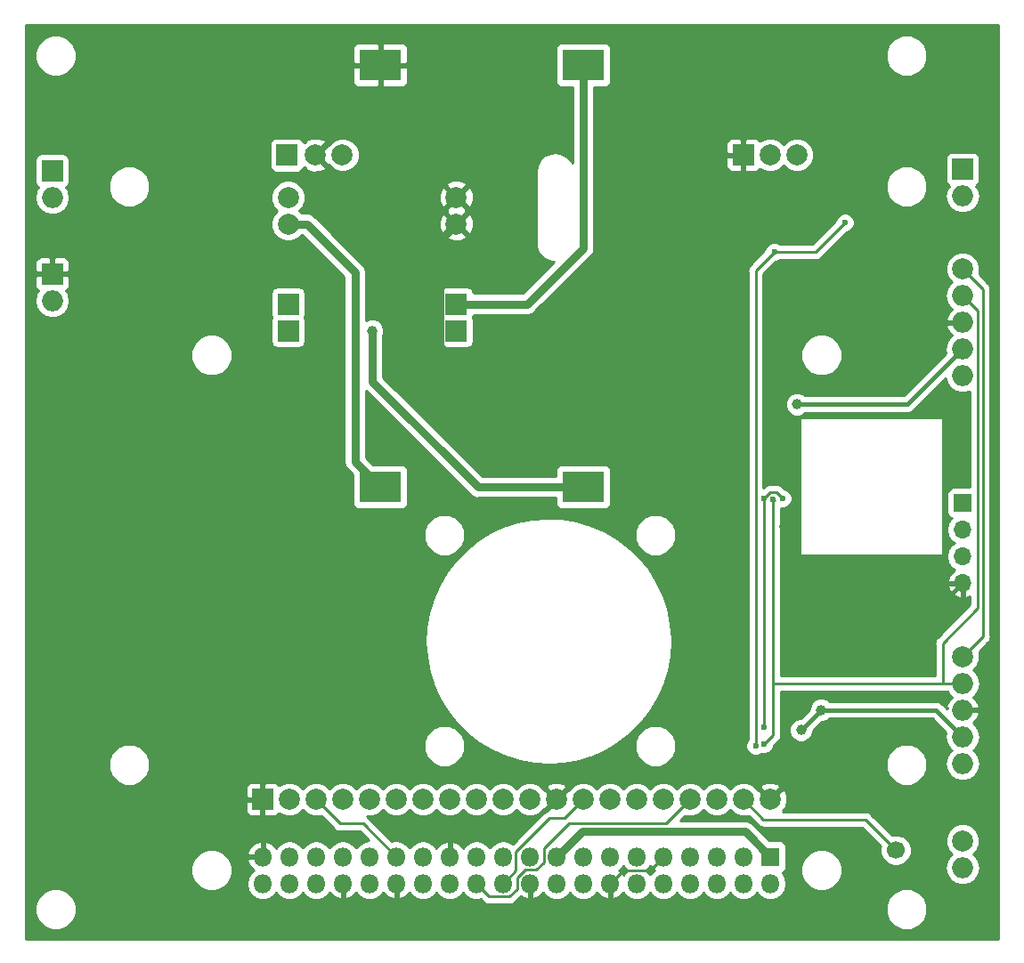
<source format=gbl>
G04 #@! TF.GenerationSoftware,KiCad,Pcbnew,5.0.2-5.fc29*
G04 #@! TF.CreationDate,2019-08-22T23:49:55+02:00*
G04 #@! TF.ProjectId,backplane,6261636b-706c-4616-9e65-2e6b69636164,v2.1-1*
G04 #@! TF.SameCoordinates,Original*
G04 #@! TF.FileFunction,Copper,L2,Bot*
G04 #@! TF.FilePolarity,Positive*
%FSLAX46Y46*%
G04 Gerber Fmt 4.6, Leading zero omitted, Abs format (unit mm)*
G04 Created by KiCad (PCBNEW 5.0.2-5.fc29) date Thu 22 Aug 2019 11:49:55 PM CEST*
%MOMM*%
%LPD*%
G01*
G04 APERTURE LIST*
G04 #@! TA.AperFunction,ViaPad*
%ADD10C,0.600000*%
G04 #@! TD*
G04 #@! TA.AperFunction,ComponentPad*
%ADD11R,2.000000X2.000000*%
G04 #@! TD*
G04 #@! TA.AperFunction,ComponentPad*
%ADD12C,2.000000*%
G04 #@! TD*
G04 #@! TA.AperFunction,ComponentPad*
%ADD13O,1.998980X1.998980*%
G04 #@! TD*
G04 #@! TA.AperFunction,ComponentPad*
%ADD14R,1.998980X1.998980*%
G04 #@! TD*
G04 #@! TA.AperFunction,ComponentPad*
%ADD15C,1.700000*%
G04 #@! TD*
G04 #@! TA.AperFunction,ComponentPad*
%ADD16R,1.800000X1.800000*%
G04 #@! TD*
G04 #@! TA.AperFunction,ComponentPad*
%ADD17O,1.800000X1.800000*%
G04 #@! TD*
G04 #@! TA.AperFunction,ComponentPad*
%ADD18O,2.000000X2.000000*%
G04 #@! TD*
G04 #@! TA.AperFunction,ComponentPad*
%ADD19R,1.700000X1.700000*%
G04 #@! TD*
G04 #@! TA.AperFunction,ComponentPad*
%ADD20O,1.700000X1.700000*%
G04 #@! TD*
G04 #@! TA.AperFunction,ComponentPad*
%ADD21R,4.000000X3.000000*%
G04 #@! TD*
G04 #@! TA.AperFunction,ViaPad*
%ADD22C,0.800000*%
G04 #@! TD*
G04 #@! TA.AperFunction,ViaPad*
%ADD23C,1.000000*%
G04 #@! TD*
G04 #@! TA.AperFunction,Conductor*
%ADD24C,0.250000*%
G04 #@! TD*
G04 #@! TA.AperFunction,Conductor*
%ADD25C,0.400000*%
G04 #@! TD*
G04 #@! TA.AperFunction,Conductor*
%ADD26C,0.800000*%
G04 #@! TD*
G04 #@! TA.AperFunction,Conductor*
%ADD27C,0.254000*%
G04 #@! TD*
G04 APERTURE END LIST*
D10*
G04 #@! TO.N,GND*
G04 #@! TO.C,REF\002A\002A*
X123444000Y-104775000D03*
G04 #@! TD*
G04 #@! TO.N,GND*
G04 #@! TO.C,REF\002A\002A*
X141986000Y-126238000D03*
G04 #@! TD*
G04 #@! TO.N,GND*
G04 #@! TO.C,REF\002A\002A*
X175641000Y-90805000D03*
G04 #@! TD*
G04 #@! TO.N,GND*
G04 #@! TO.C,REF\002A\002A*
X132969000Y-88900000D03*
G04 #@! TD*
G04 #@! TO.N,GND*
G04 #@! TO.C,REF\002A\002A*
X123444000Y-78994000D03*
G04 #@! TD*
G04 #@! TO.N,GND*
G04 #@! TO.C,REF\002A\002A*
X118618000Y-86487000D03*
G04 #@! TD*
G04 #@! TO.N,GND*
G04 #@! TO.C,REF\002A\002A*
X119126000Y-146177000D03*
G04 #@! TD*
G04 #@! TO.N,GND*
G04 #@! TO.C,REF\002A\002A*
X205359000Y-150368000D03*
G04 #@! TD*
G04 #@! TO.N,GND*
G04 #@! TO.C,REF\002A\002A*
X205359000Y-69342000D03*
G04 #@! TD*
G04 #@! TO.N,GND*
G04 #@! TO.C,REF\002A\002A*
X202692000Y-117475000D03*
G04 #@! TD*
G04 #@! TO.N,GND*
G04 #@! TO.C,REF\002A\002A*
X202692000Y-102870000D03*
G04 #@! TD*
G04 #@! TO.N,GND*
G04 #@! TO.C,REF\002A\002A*
X191389000Y-137795000D03*
G04 #@! TD*
G04 #@! TO.N,GND*
G04 #@! TO.C,REF\002A\002A*
X194691000Y-143891000D03*
G04 #@! TD*
D11*
G04 #@! TO.P,U2,1*
G04 #@! TO.N,GND*
X138679100Y-139954000D03*
D12*
G04 #@! TO.P,U2,2*
G04 #@! TO.N,Net-(U2-Pad2)*
X141219100Y-139954000D03*
G04 #@! TO.P,U2,3*
G04 #@! TO.N,GPS_RST*
X143759100Y-139954000D03*
G04 #@! TO.P,U2,4*
G04 #@! TO.N,Net-(U2-Pad4)*
X146299100Y-139954000D03*
G04 #@! TO.P,U2,5*
G04 #@! TO.N,GPS_SUP*
X148839100Y-139954000D03*
G04 #@! TO.P,U2,6*
G04 #@! TO.N,Net-(U2-Pad6)*
X151379100Y-139954000D03*
G04 #@! TO.P,U2,7*
G04 #@! TO.N,Net-(U2-Pad7)*
X153919100Y-139954000D03*
G04 #@! TO.P,U2,8*
G04 #@! TO.N,Net-(U2-Pad8)*
X156459100Y-139954000D03*
G04 #@! TO.P,U2,9*
G04 #@! TO.N,Net-(U2-Pad9)*
X158999100Y-139954000D03*
G04 #@! TO.P,U2,10*
G04 #@! TO.N,Net-(U2-Pad10)*
X161539100Y-139954000D03*
G04 #@! TO.P,U2,11*
G04 #@! TO.N,Net-(U2-Pad11)*
X164079100Y-139954000D03*
G04 #@! TO.P,U2,12*
G04 #@! TO.N,GND*
X166619100Y-139954000D03*
G04 #@! TO.P,U2,13*
G04 #@! TO.N,IC880A_RST*
X169159100Y-139954000D03*
G04 #@! TO.P,U2,14*
G04 #@! TO.N,CLK*
X171699100Y-139954000D03*
G04 #@! TO.P,U2,15*
G04 #@! TO.N,MISO*
X174239100Y-139954000D03*
G04 #@! TO.P,U2,16*
G04 #@! TO.N,MOSI*
X176779100Y-139954000D03*
G04 #@! TO.P,U2,17*
G04 #@! TO.N,CE0*
X179319100Y-139954000D03*
G04 #@! TO.P,U2,18*
G04 #@! TO.N,Net-(U2-Pad18)*
X181859100Y-139954000D03*
G04 #@! TO.P,U2,19*
G04 #@! TO.N,PPS*
X184399100Y-139954000D03*
G04 #@! TO.P,U2,20*
G04 #@! TO.N,GND*
X186939100Y-139954000D03*
D11*
G04 #@! TO.P,U2,21*
G04 #@! TO.N,5V*
X140979100Y-78654000D03*
D12*
G04 #@! TO.P,U2,22*
G04 #@! TO.N,GND*
X143719100Y-78654000D03*
G04 #@! TO.P,U2,23*
G04 #@! TO.N,Net-(U2-Pad23)*
X146259100Y-78654000D03*
D11*
G04 #@! TO.P,U2,24*
G04 #@! TO.N,GND*
X184379100Y-78654000D03*
D12*
G04 #@! TO.P,U2,25*
G04 #@! TO.N,Net-(U2-Pad25)*
X186919100Y-78654000D03*
G04 #@! TO.P,U2,26*
G04 #@! TO.N,Net-(U2-Pad26)*
X189459100Y-78654000D03*
G04 #@! TD*
D13*
G04 #@! TO.P,J5,2*
G04 #@! TO.N,Net-(D6-Pad1)*
X118668800Y-82700000D03*
D14*
G04 #@! TO.P,J5,1*
G04 #@! TO.N,Net-(J5-Pad1)*
X118668800Y-80160000D03*
G04 #@! TD*
D13*
G04 #@! TO.P,J4,2*
G04 #@! TO.N,Net-(D6-Pad2)*
X118668800Y-92502200D03*
D14*
G04 #@! TO.P,J4,1*
G04 #@! TO.N,GND*
X118668800Y-89962200D03*
G04 #@! TD*
D15*
G04 #@! TO.P,J7,1*
G04 #@! TO.N,PPS*
X198882000Y-144780000D03*
G04 #@! TD*
D16*
G04 #@! TO.P,U1,1*
G04 #@! TO.N,3.3V*
X186944000Y-145415000D03*
D17*
G04 #@! TO.P,U1,2*
G04 #@! TO.N,5V*
X186944000Y-147955000D03*
G04 #@! TO.P,U1,3*
G04 #@! TO.N,SDA*
X184404000Y-145415000D03*
G04 #@! TO.P,U1,4*
G04 #@! TO.N,5V*
X184404000Y-147955000D03*
G04 #@! TO.P,U1,5*
G04 #@! TO.N,SCL*
X181864000Y-145415000D03*
G04 #@! TO.P,U1,6*
G04 #@! TO.N,Net-(U1-Pad6)*
X181864000Y-147955000D03*
G04 #@! TO.P,U1,7*
G04 #@! TO.N,Net-(U1-Pad7)*
X179324000Y-145415000D03*
G04 #@! TO.P,U1,8*
G04 #@! TO.N,TX*
X179324000Y-147955000D03*
G04 #@! TO.P,U1,9*
G04 #@! TO.N,GND*
X176784000Y-145415000D03*
G04 #@! TO.P,U1,10*
G04 #@! TO.N,RX*
X176784000Y-147955000D03*
G04 #@! TO.P,U1,11*
G04 #@! TO.N,Net-(U1-Pad11)*
X174244000Y-145415000D03*
G04 #@! TO.P,U1,12*
G04 #@! TO.N,FAN*
X174244000Y-147955000D03*
G04 #@! TO.P,U1,13*
G04 #@! TO.N,Net-(U1-Pad13)*
X171704000Y-145415000D03*
G04 #@! TO.P,U1,14*
G04 #@! TO.N,GND*
X171704000Y-147955000D03*
G04 #@! TO.P,U1,15*
G04 #@! TO.N,DHT_IO*
X169164000Y-145415000D03*
G04 #@! TO.P,U1,16*
G04 #@! TO.N,Net-(U1-Pad16)*
X169164000Y-147955000D03*
G04 #@! TO.P,U1,17*
G04 #@! TO.N,3.3V*
X166624000Y-145415000D03*
G04 #@! TO.P,U1,18*
G04 #@! TO.N,Net-(U1-Pad18)*
X166624000Y-147955000D03*
G04 #@! TO.P,U1,19*
G04 #@! TO.N,MOSI*
X164084000Y-145415000D03*
G04 #@! TO.P,U1,20*
G04 #@! TO.N,GND*
X164084000Y-147955000D03*
G04 #@! TO.P,U1,21*
G04 #@! TO.N,MISO*
X161544000Y-145415000D03*
G04 #@! TO.P,U1,22*
G04 #@! TO.N,IC880A_RST*
X161544000Y-147955000D03*
G04 #@! TO.P,U1,23*
G04 #@! TO.N,CLK*
X159004000Y-145415000D03*
G04 #@! TO.P,U1,24*
G04 #@! TO.N,CE0*
X159004000Y-147955000D03*
G04 #@! TO.P,U1,25*
G04 #@! TO.N,GND*
X156464000Y-145415000D03*
G04 #@! TO.P,U1,26*
G04 #@! TO.N,Net-(U1-Pad26)*
X156464000Y-147955000D03*
G04 #@! TO.P,U1,27*
G04 #@! TO.N,Net-(U1-Pad27)*
X153924000Y-145415000D03*
G04 #@! TO.P,U1,28*
G04 #@! TO.N,Net-(U1-Pad28)*
X153924000Y-147955000D03*
G04 #@! TO.P,U1,29*
G04 #@! TO.N,GPS_RST*
X151384000Y-145415000D03*
G04 #@! TO.P,U1,30*
G04 #@! TO.N,GND*
X151384000Y-147955000D03*
G04 #@! TO.P,U1,31*
G04 #@! TO.N,GPS_SUP*
X148844000Y-145415000D03*
G04 #@! TO.P,U1,32*
G04 #@! TO.N,BTN*
X148844000Y-147955000D03*
G04 #@! TO.P,U1,33*
G04 #@! TO.N,Net-(U1-Pad33)*
X146304000Y-145415000D03*
G04 #@! TO.P,U1,34*
G04 #@! TO.N,GND*
X146304000Y-147955000D03*
G04 #@! TO.P,U1,35*
G04 #@! TO.N,Net-(U1-Pad35)*
X143764000Y-145415000D03*
G04 #@! TO.P,U1,36*
G04 #@! TO.N,LED3*
X143764000Y-147955000D03*
G04 #@! TO.P,U1,37*
G04 #@! TO.N,Net-(U1-Pad37)*
X141224000Y-145415000D03*
G04 #@! TO.P,U1,38*
G04 #@! TO.N,LED2*
X141224000Y-147955000D03*
G04 #@! TO.P,U1,39*
G04 #@! TO.N,GND*
X138684000Y-145415000D03*
G04 #@! TO.P,U1,40*
G04 #@! TO.N,LED1*
X138684000Y-147955000D03*
G04 #@! TD*
D12*
G04 #@! TO.P,J3,1*
G04 #@! TO.N,TX*
X205232000Y-143891000D03*
D18*
G04 #@! TO.P,J3,2*
G04 #@! TO.N,RX*
X205232000Y-146431000D03*
G04 #@! TD*
D12*
G04 #@! TO.P,J1,1*
G04 #@! TO.N,SDA*
X205232000Y-126365000D03*
D18*
G04 #@! TO.P,J1,2*
G04 #@! TO.N,SCL*
X205232000Y-128905000D03*
G04 #@! TO.P,J1,3*
G04 #@! TO.N,GND*
X205232000Y-131445000D03*
G04 #@! TO.P,J1,4*
G04 #@! TO.N,3.3V*
X205232000Y-133985000D03*
G04 #@! TO.P,J1,5*
G04 #@! TO.N,5V*
X205232000Y-136525000D03*
G04 #@! TD*
D12*
G04 #@! TO.P,J2,1*
G04 #@! TO.N,SDA*
X205232000Y-89484200D03*
D18*
G04 #@! TO.P,J2,2*
G04 #@! TO.N,SCL*
X205232000Y-92024200D03*
G04 #@! TO.P,J2,3*
G04 #@! TO.N,GND*
X205232000Y-94564200D03*
G04 #@! TO.P,J2,4*
G04 #@! TO.N,3.3V*
X205232000Y-97104200D03*
G04 #@! TO.P,J2,5*
G04 #@! TO.N,5V*
X205232000Y-99644200D03*
G04 #@! TD*
D11*
G04 #@! TO.P,J6,1*
G04 #@! TO.N,Net-(D4-Pad2)*
X205232000Y-80010000D03*
D18*
G04 #@! TO.P,J6,2*
G04 #@! TO.N,5V*
X205232000Y-82550000D03*
G04 #@! TD*
D12*
G04 #@! TO.P,U4,1*
G04 #@! TO.N,Net-(J5-Pad1)*
X141098000Y-82677000D03*
X141098000Y-85217000D03*
D11*
G04 #@! TO.P,U4,2*
G04 #@! TO.N,Net-(D6-Pad1)*
X141098000Y-92837000D03*
G04 #@! TO.P,U4,5*
X141098000Y-95377000D03*
D12*
G04 #@! TO.P,U4,4*
G04 #@! TO.N,GND*
X157098000Y-85217000D03*
D11*
G04 #@! TO.P,U4,3*
G04 #@! TO.N,Net-(D6-Pad2)*
X157098000Y-92837000D03*
D12*
G04 #@! TO.P,U4,4*
G04 #@! TO.N,GND*
X157098000Y-82677000D03*
D11*
G04 #@! TO.P,U4,3*
G04 #@! TO.N,Net-(D6-Pad2)*
X157098000Y-95377000D03*
G04 #@! TD*
D19*
G04 #@! TO.P,U3,1*
G04 #@! TO.N,3.3V*
X205232000Y-111760000D03*
D20*
G04 #@! TO.P,U3,2*
G04 #@! TO.N,DHT_IO*
X205232000Y-114300000D03*
G04 #@! TO.P,U3,3*
G04 #@! TO.N,N/C*
X205232000Y-116840000D03*
G04 #@! TO.P,U3,4*
G04 #@! TO.N,GND*
X205232000Y-119380000D03*
G04 #@! TD*
D21*
G04 #@! TO.P,U7,3*
G04 #@! TO.N,GND*
X149860000Y-70104000D03*
G04 #@! TO.P,U7,2*
G04 #@! TO.N,Net-(J5-Pad1)*
X149860000Y-110236000D03*
G04 #@! TO.P,U7,4*
G04 #@! TO.N,Net-(D6-Pad2)*
X169164000Y-70104000D03*
G04 #@! TO.P,U7,1*
G04 #@! TO.N,Net-(D6-Pad1)*
X169164000Y-110236000D03*
G04 #@! TD*
D10*
G04 #@! TO.N,GND*
G04 #@! TO.C,REF\002A\002A*
X205232000Y-140081000D03*
G04 #@! TD*
D22*
G04 #@! TO.N,GND*
X200660000Y-127000000D03*
D10*
X188150500Y-113919000D03*
X189357000Y-111379000D03*
D22*
X171196000Y-100838000D03*
D23*
G04 #@! TO.N,3.3V*
X189484000Y-102362000D03*
X191770000Y-131445000D03*
X189865000Y-133350000D03*
D10*
G04 #@! TO.N,SDA*
X186309000Y-111353600D03*
X186309000Y-133096000D03*
X188134600Y-111334400D03*
G04 #@! TO.N,SCL*
X187223400Y-111379000D03*
X186375051Y-134680949D03*
G04 #@! TO.N,FAN*
X194056000Y-85090000D03*
X187325000Y-87884000D03*
X185547000Y-134874000D03*
D23*
G04 #@! TO.N,Net-(D6-Pad1)*
X149098000Y-95377000D03*
G04 #@! TD*
D24*
G04 #@! TO.N,GND*
X171704000Y-147955000D02*
X172974000Y-146685000D01*
X172974000Y-146685000D02*
X175514000Y-146685000D01*
X175514000Y-146685000D02*
X175934001Y-146264999D01*
X175934001Y-146264999D02*
X176784000Y-145415000D01*
D25*
X200660000Y-123952000D02*
X205232000Y-119380000D01*
X200660000Y-127000000D02*
X200660000Y-123952000D01*
D26*
X189357000Y-112712500D02*
X188150500Y-113919000D01*
X189357000Y-111379000D02*
X189357000Y-112712500D01*
X156098001Y-86216999D02*
X157098000Y-85217000D01*
X171196000Y-100838000D02*
X161925000Y-100838000D01*
X158698001Y-97611001D02*
X156251999Y-97611001D01*
X155497999Y-96857001D02*
X155497999Y-86817001D01*
X161925000Y-100838000D02*
X158698001Y-97611001D01*
X155497999Y-86817001D02*
X156098001Y-86216999D01*
X156251999Y-97611001D02*
X155497999Y-96857001D01*
G04 #@! TO.N,Net-(J5-Pad1)*
X142876000Y-85217000D02*
X147447000Y-89788000D01*
X147447000Y-89788000D02*
X147447000Y-107823000D01*
X147447000Y-107823000D02*
X149860000Y-110236000D01*
X142876000Y-85217000D02*
X141098000Y-85217000D01*
D25*
G04 #@! TO.N,3.3V*
X190191106Y-102362000D02*
X189484000Y-102362000D01*
X199974200Y-102362000D02*
X190191106Y-102362000D01*
X205232000Y-97104200D02*
X199974200Y-102362000D01*
X202692000Y-131445000D02*
X205232000Y-133985000D01*
X194703700Y-131445000D02*
X202692000Y-131445000D01*
X194703700Y-131445000D02*
X191770000Y-131445000D01*
X191770000Y-131445000D02*
X189865000Y-133350000D01*
D26*
X169037000Y-143002000D02*
X167523999Y-144515001D01*
X186944000Y-145415000D02*
X184531000Y-143002000D01*
X184531000Y-143002000D02*
X169037000Y-143002000D01*
X167523999Y-144515001D02*
X166624000Y-145415000D01*
D24*
G04 #@! TO.N,SDA*
X186309000Y-111353600D02*
X186908601Y-110753999D01*
X186908601Y-110753999D02*
X187554199Y-110753999D01*
X187554199Y-110753999D02*
X187834601Y-111034401D01*
X187834601Y-111034401D02*
X188134600Y-111334400D01*
X188115400Y-111353600D02*
X188134600Y-111334400D01*
X186311856Y-113083894D02*
X186311856Y-111356456D01*
X186311856Y-111356456D02*
X186309000Y-111353600D01*
X205232000Y-126365000D02*
X207137000Y-124460000D01*
X207137000Y-124460000D02*
X207137000Y-91389200D01*
X207137000Y-91389200D02*
X205232000Y-89484200D01*
X186311856Y-130934144D02*
X186309000Y-130937000D01*
X188102600Y-111334400D02*
X188134600Y-111334400D01*
X186309000Y-132671736D02*
X186311856Y-132668880D01*
X186309000Y-133096000D02*
X186309000Y-132671736D01*
X186311856Y-113083894D02*
X186311856Y-130810000D01*
X186311856Y-132668880D02*
X186311856Y-130810000D01*
X186311856Y-130810000D02*
X186311856Y-130934144D01*
G04 #@! TO.N,SCL*
X206686989Y-108100000D02*
X206686989Y-108450000D01*
X206686989Y-108450000D02*
X206686989Y-121735011D01*
X206686989Y-93479189D02*
X206686989Y-108100000D01*
X205232000Y-92024200D02*
X206686989Y-93479189D01*
X206686989Y-121735011D02*
X203327000Y-125095000D01*
X203327000Y-125095000D02*
X203327000Y-128905000D01*
X203327000Y-128905000D02*
X202819000Y-128905000D01*
X187223400Y-111379000D02*
X187223400Y-129032000D01*
X202819000Y-128905000D02*
X187350400Y-128905000D01*
X187350400Y-128905000D02*
X187223400Y-129032000D01*
X187325000Y-111480600D02*
X187223400Y-111379000D01*
X204029919Y-128905000D02*
X202819000Y-128905000D01*
X205232000Y-128905000D02*
X204029919Y-128905000D01*
X187223400Y-129032000D02*
X187223400Y-133832600D01*
X186675050Y-134380950D02*
X186375051Y-134680949D01*
X187223400Y-133832600D02*
X186675050Y-134380950D01*
G04 #@! TO.N,CE0*
X167767000Y-142240000D02*
X177033100Y-142240000D01*
X165398999Y-144608001D02*
X167767000Y-142240000D01*
X164672001Y-146640001D02*
X165398999Y-145913003D01*
X160229001Y-149180001D02*
X162132001Y-149180001D01*
X177033100Y-142240000D02*
X178319101Y-140953999D01*
X159004000Y-147955000D02*
X160229001Y-149180001D01*
X162132001Y-149180001D02*
X162858999Y-148453003D01*
X178319101Y-140953999D02*
X179319100Y-139954000D01*
X165398999Y-145913003D02*
X165398999Y-144608001D01*
X163620999Y-146640001D02*
X164672001Y-146640001D01*
X162858999Y-148453003D02*
X162858999Y-147402001D01*
X162858999Y-147402001D02*
X163620999Y-146640001D01*
G04 #@! TO.N,FAN*
X185547000Y-134449736D02*
X185547000Y-131826000D01*
X185547000Y-134874000D02*
X185547000Y-134449736D01*
X185547000Y-132207000D02*
X185547000Y-131826000D01*
X185547000Y-89662000D02*
X187325000Y-87884000D01*
X185547000Y-89789000D02*
X185547000Y-89662000D01*
X185547000Y-131826000D02*
X185547000Y-89789000D01*
X191262000Y-87884000D02*
X194056000Y-85090000D01*
X187325000Y-87884000D02*
X191262000Y-87884000D01*
G04 #@! TO.N,IC880A_RST*
X168159101Y-140953999D02*
X169159100Y-139954000D01*
X167381100Y-141732000D02*
X168159101Y-140953999D01*
X162769001Y-144916997D02*
X165953998Y-141732000D01*
X165953998Y-141732000D02*
X167381100Y-141732000D01*
X161544000Y-147955000D02*
X162769001Y-146729999D01*
X162769001Y-146729999D02*
X162769001Y-144916997D01*
G04 #@! TO.N,GPS_RST*
X146045100Y-142240000D02*
X143759100Y-139954000D01*
X151384000Y-145415000D02*
X148209000Y-142240000D01*
X148209000Y-142240000D02*
X146045100Y-142240000D01*
D26*
G04 #@! TO.N,Net-(D6-Pad1)*
X165864000Y-110236000D02*
X169164000Y-110236000D01*
X159131000Y-110236000D02*
X165864000Y-110236000D01*
X149098000Y-95377000D02*
X149098000Y-100203000D01*
X149098000Y-100203000D02*
X159131000Y-110236000D01*
D24*
G04 #@! TO.N,PPS*
X185096990Y-140011990D02*
X184399100Y-139314100D01*
X195961000Y-141859000D02*
X197993000Y-143891000D01*
X197993000Y-143891000D02*
X198882000Y-144780000D01*
X184399100Y-139954000D02*
X186304100Y-141859000D01*
X186304100Y-141859000D02*
X195961000Y-141859000D01*
D26*
G04 #@! TO.N,Net-(D6-Pad2)*
X169164000Y-72346000D02*
X169164000Y-70104000D01*
X169164000Y-87503000D02*
X169164000Y-72346000D01*
X163830000Y-92837000D02*
X169164000Y-87503000D01*
X163830000Y-92837000D02*
X158001009Y-92837000D01*
G04 #@! TD*
D27*
G04 #@! TO.N,GND*
G36*
X208633001Y-153214000D02*
X116153000Y-153214000D01*
X116153000Y-149995159D01*
X117012000Y-149995159D01*
X117012000Y-150784841D01*
X117314199Y-151514412D01*
X117872588Y-152072801D01*
X118602159Y-152375000D01*
X119391841Y-152375000D01*
X120121412Y-152072801D01*
X120679801Y-151514412D01*
X120982000Y-150784841D01*
X120982000Y-149995159D01*
X197913000Y-149995159D01*
X197913000Y-150784841D01*
X198215199Y-151514412D01*
X198773588Y-152072801D01*
X199503159Y-152375000D01*
X200292841Y-152375000D01*
X201022412Y-152072801D01*
X201580801Y-151514412D01*
X201883000Y-150784841D01*
X201883000Y-149995159D01*
X201580801Y-149265588D01*
X201022412Y-148707199D01*
X200292841Y-148405000D01*
X199503159Y-148405000D01*
X198773588Y-148707199D01*
X198215199Y-149265588D01*
X197913000Y-149995159D01*
X120982000Y-149995159D01*
X120679801Y-149265588D01*
X120121412Y-148707199D01*
X119391841Y-148405000D01*
X118602159Y-148405000D01*
X117872588Y-148707199D01*
X117314199Y-149265588D01*
X117012000Y-149995159D01*
X116153000Y-149995159D01*
X116153000Y-146290159D01*
X131829000Y-146290159D01*
X131829000Y-147079841D01*
X132131199Y-147809412D01*
X132689588Y-148367801D01*
X133419159Y-148670000D01*
X134208841Y-148670000D01*
X134938412Y-148367801D01*
X135351213Y-147955000D01*
X137118928Y-147955000D01*
X137238062Y-148553927D01*
X137577327Y-149061673D01*
X138085073Y-149400938D01*
X138532818Y-149490000D01*
X138835182Y-149490000D01*
X139282927Y-149400938D01*
X139790673Y-149061673D01*
X139954000Y-148817237D01*
X140117327Y-149061673D01*
X140625073Y-149400938D01*
X141072818Y-149490000D01*
X141375182Y-149490000D01*
X141822927Y-149400938D01*
X142330673Y-149061673D01*
X142494000Y-148817237D01*
X142657327Y-149061673D01*
X143165073Y-149400938D01*
X143612818Y-149490000D01*
X143915182Y-149490000D01*
X144362927Y-149400938D01*
X144870673Y-149061673D01*
X145040418Y-148807632D01*
X145066034Y-148862576D01*
X145507583Y-149267240D01*
X145939260Y-149446036D01*
X146177000Y-149325378D01*
X146177000Y-148082000D01*
X146157000Y-148082000D01*
X146157000Y-147828000D01*
X146177000Y-147828000D01*
X146177000Y-147808000D01*
X146431000Y-147808000D01*
X146431000Y-147828000D01*
X146451000Y-147828000D01*
X146451000Y-148082000D01*
X146431000Y-148082000D01*
X146431000Y-149325378D01*
X146668740Y-149446036D01*
X147100417Y-149267240D01*
X147541966Y-148862576D01*
X147567582Y-148807632D01*
X147737327Y-149061673D01*
X148245073Y-149400938D01*
X148692818Y-149490000D01*
X148995182Y-149490000D01*
X149442927Y-149400938D01*
X149950673Y-149061673D01*
X150120418Y-148807632D01*
X150146034Y-148862576D01*
X150587583Y-149267240D01*
X151019260Y-149446036D01*
X151257000Y-149325378D01*
X151257000Y-148082000D01*
X151237000Y-148082000D01*
X151237000Y-147828000D01*
X151257000Y-147828000D01*
X151257000Y-147808000D01*
X151511000Y-147808000D01*
X151511000Y-147828000D01*
X151531000Y-147828000D01*
X151531000Y-148082000D01*
X151511000Y-148082000D01*
X151511000Y-149325378D01*
X151748740Y-149446036D01*
X152180417Y-149267240D01*
X152621966Y-148862576D01*
X152647582Y-148807632D01*
X152817327Y-149061673D01*
X153325073Y-149400938D01*
X153772818Y-149490000D01*
X154075182Y-149490000D01*
X154522927Y-149400938D01*
X155030673Y-149061673D01*
X155194000Y-148817237D01*
X155357327Y-149061673D01*
X155865073Y-149400938D01*
X156312818Y-149490000D01*
X156615182Y-149490000D01*
X157062927Y-149400938D01*
X157570673Y-149061673D01*
X157734000Y-148817237D01*
X157897327Y-149061673D01*
X158405073Y-149400938D01*
X158852818Y-149490000D01*
X159155182Y-149490000D01*
X159412929Y-149438731D01*
X159638672Y-149664474D01*
X159681072Y-149727930D01*
X159932464Y-149895905D01*
X160154149Y-149940001D01*
X160154153Y-149940001D01*
X160229000Y-149954889D01*
X160303847Y-149940001D01*
X162057154Y-149940001D01*
X162132001Y-149954889D01*
X162206848Y-149940001D01*
X162206853Y-149940001D01*
X162428538Y-149895905D01*
X162679930Y-149727930D01*
X162722332Y-149664472D01*
X163199912Y-149186893D01*
X163287583Y-149267240D01*
X163719260Y-149446036D01*
X163957000Y-149325378D01*
X163957000Y-148082000D01*
X163937000Y-148082000D01*
X163937000Y-147828000D01*
X163957000Y-147828000D01*
X163957000Y-147808000D01*
X164211000Y-147808000D01*
X164211000Y-147828000D01*
X164231000Y-147828000D01*
X164231000Y-148082000D01*
X164211000Y-148082000D01*
X164211000Y-149325378D01*
X164448740Y-149446036D01*
X164880417Y-149267240D01*
X165321966Y-148862576D01*
X165347582Y-148807632D01*
X165517327Y-149061673D01*
X166025073Y-149400938D01*
X166472818Y-149490000D01*
X166775182Y-149490000D01*
X167222927Y-149400938D01*
X167730673Y-149061673D01*
X167894000Y-148817237D01*
X168057327Y-149061673D01*
X168565073Y-149400938D01*
X169012818Y-149490000D01*
X169315182Y-149490000D01*
X169762927Y-149400938D01*
X170270673Y-149061673D01*
X170440418Y-148807632D01*
X170466034Y-148862576D01*
X170907583Y-149267240D01*
X171339260Y-149446036D01*
X171577000Y-149325378D01*
X171577000Y-148082000D01*
X171557000Y-148082000D01*
X171557000Y-147828000D01*
X171577000Y-147828000D01*
X171577000Y-147808000D01*
X171831000Y-147808000D01*
X171831000Y-147828000D01*
X171851000Y-147828000D01*
X171851000Y-148082000D01*
X171831000Y-148082000D01*
X171831000Y-149325378D01*
X172068740Y-149446036D01*
X172500417Y-149267240D01*
X172941966Y-148862576D01*
X172967582Y-148807632D01*
X173137327Y-149061673D01*
X173645073Y-149400938D01*
X174092818Y-149490000D01*
X174395182Y-149490000D01*
X174842927Y-149400938D01*
X175350673Y-149061673D01*
X175514000Y-148817237D01*
X175677327Y-149061673D01*
X176185073Y-149400938D01*
X176632818Y-149490000D01*
X176935182Y-149490000D01*
X177382927Y-149400938D01*
X177890673Y-149061673D01*
X178054000Y-148817237D01*
X178217327Y-149061673D01*
X178725073Y-149400938D01*
X179172818Y-149490000D01*
X179475182Y-149490000D01*
X179922927Y-149400938D01*
X180430673Y-149061673D01*
X180594000Y-148817237D01*
X180757327Y-149061673D01*
X181265073Y-149400938D01*
X181712818Y-149490000D01*
X182015182Y-149490000D01*
X182462927Y-149400938D01*
X182970673Y-149061673D01*
X183134000Y-148817237D01*
X183297327Y-149061673D01*
X183805073Y-149400938D01*
X184252818Y-149490000D01*
X184555182Y-149490000D01*
X185002927Y-149400938D01*
X185510673Y-149061673D01*
X185674000Y-148817237D01*
X185837327Y-149061673D01*
X186345073Y-149400938D01*
X186792818Y-149490000D01*
X187095182Y-149490000D01*
X187542927Y-149400938D01*
X188050673Y-149061673D01*
X188389938Y-148553927D01*
X188509072Y-147955000D01*
X188389938Y-147356073D01*
X188093304Y-146912129D01*
X188301809Y-146772809D01*
X188442157Y-146562765D01*
X188491440Y-146315000D01*
X188491440Y-146290159D01*
X189829000Y-146290159D01*
X189829000Y-147079841D01*
X190131199Y-147809412D01*
X190689588Y-148367801D01*
X191419159Y-148670000D01*
X192208841Y-148670000D01*
X192938412Y-148367801D01*
X193496801Y-147809412D01*
X193799000Y-147079841D01*
X193799000Y-146431000D01*
X203564969Y-146431000D01*
X203691864Y-147068945D01*
X204053231Y-147609769D01*
X204594055Y-147971136D01*
X205070969Y-148066000D01*
X205393031Y-148066000D01*
X205869945Y-147971136D01*
X206410769Y-147609769D01*
X206772136Y-147068945D01*
X206899031Y-146431000D01*
X206772136Y-145793055D01*
X206410769Y-145252231D01*
X206274236Y-145161003D01*
X206618086Y-144817153D01*
X206867000Y-144216222D01*
X206867000Y-143565778D01*
X206618086Y-142964847D01*
X206158153Y-142504914D01*
X205557222Y-142256000D01*
X204906778Y-142256000D01*
X204305847Y-142504914D01*
X203845914Y-142964847D01*
X203597000Y-143565778D01*
X203597000Y-144216222D01*
X203845914Y-144817153D01*
X204189764Y-145161003D01*
X204053231Y-145252231D01*
X203691864Y-145793055D01*
X203564969Y-146431000D01*
X193799000Y-146431000D01*
X193799000Y-146290159D01*
X193496801Y-145560588D01*
X192938412Y-145002199D01*
X192208841Y-144700000D01*
X191419159Y-144700000D01*
X190689588Y-145002199D01*
X190131199Y-145560588D01*
X189829000Y-146290159D01*
X188491440Y-146290159D01*
X188491440Y-144515000D01*
X188442157Y-144267235D01*
X188301809Y-144057191D01*
X188091765Y-143916843D01*
X187844000Y-143867560D01*
X186860271Y-143867560D01*
X185334937Y-142342227D01*
X185277193Y-142255807D01*
X184934837Y-142027052D01*
X184632935Y-141967000D01*
X184632934Y-141967000D01*
X184531000Y-141946724D01*
X184429066Y-141967000D01*
X178380902Y-141967000D01*
X178827725Y-141520177D01*
X178993878Y-141589000D01*
X179644322Y-141589000D01*
X180245253Y-141340086D01*
X180589100Y-140996239D01*
X180932947Y-141340086D01*
X181533878Y-141589000D01*
X182184322Y-141589000D01*
X182785253Y-141340086D01*
X183129100Y-140996239D01*
X183472947Y-141340086D01*
X184073878Y-141589000D01*
X184724322Y-141589000D01*
X184890475Y-141520177D01*
X185713770Y-142343472D01*
X185756171Y-142406929D01*
X185819627Y-142449329D01*
X186007562Y-142574904D01*
X186055705Y-142584480D01*
X186229248Y-142619000D01*
X186229252Y-142619000D01*
X186304100Y-142633888D01*
X186378948Y-142619000D01*
X195646199Y-142619000D01*
X197430628Y-144403430D01*
X197397000Y-144484615D01*
X197397000Y-145075385D01*
X197623078Y-145621185D01*
X198040815Y-146038922D01*
X198586615Y-146265000D01*
X199177385Y-146265000D01*
X199723185Y-146038922D01*
X200140922Y-145621185D01*
X200367000Y-145075385D01*
X200367000Y-144484615D01*
X200140922Y-143938815D01*
X199723185Y-143521078D01*
X199177385Y-143295000D01*
X198586615Y-143295000D01*
X198505430Y-143328628D01*
X196551331Y-141374530D01*
X196508929Y-141311071D01*
X196257537Y-141143096D01*
X196035852Y-141099000D01*
X196035847Y-141099000D01*
X195961000Y-141084112D01*
X195886153Y-141099000D01*
X188148120Y-141099000D01*
X188205914Y-141041206D01*
X188091634Y-140926926D01*
X188358487Y-140828264D01*
X188585008Y-140218539D01*
X188560956Y-139568540D01*
X188358487Y-139079736D01*
X188091632Y-138981073D01*
X187118705Y-139954000D01*
X187132848Y-139968143D01*
X186953243Y-140147748D01*
X186939100Y-140133605D01*
X186924958Y-140147748D01*
X186745353Y-139968143D01*
X186759495Y-139954000D01*
X185786568Y-138981073D01*
X185751411Y-138994072D01*
X185558807Y-138801468D01*
X185966173Y-138801468D01*
X186939100Y-139774395D01*
X187912027Y-138801468D01*
X187813364Y-138534613D01*
X187203639Y-138308092D01*
X186553640Y-138332144D01*
X186064836Y-138534613D01*
X185966173Y-138801468D01*
X185558807Y-138801468D01*
X185325253Y-138567914D01*
X184724322Y-138319000D01*
X184073878Y-138319000D01*
X183472947Y-138567914D01*
X183129100Y-138911761D01*
X182785253Y-138567914D01*
X182184322Y-138319000D01*
X181533878Y-138319000D01*
X180932947Y-138567914D01*
X180589100Y-138911761D01*
X180245253Y-138567914D01*
X179644322Y-138319000D01*
X178993878Y-138319000D01*
X178392947Y-138567914D01*
X178049100Y-138911761D01*
X177705253Y-138567914D01*
X177104322Y-138319000D01*
X176453878Y-138319000D01*
X175852947Y-138567914D01*
X175509100Y-138911761D01*
X175165253Y-138567914D01*
X174564322Y-138319000D01*
X173913878Y-138319000D01*
X173312947Y-138567914D01*
X172969100Y-138911761D01*
X172625253Y-138567914D01*
X172024322Y-138319000D01*
X171373878Y-138319000D01*
X170772947Y-138567914D01*
X170429100Y-138911761D01*
X170085253Y-138567914D01*
X169484322Y-138319000D01*
X168833878Y-138319000D01*
X168232947Y-138567914D01*
X167806789Y-138994072D01*
X167771632Y-138981073D01*
X166798705Y-139954000D01*
X166812848Y-139968143D01*
X166633243Y-140147748D01*
X166619100Y-140133605D01*
X165756262Y-140996443D01*
X165657461Y-141016096D01*
X165406069Y-141184071D01*
X165363669Y-141247527D01*
X162442180Y-144169017D01*
X162142927Y-143969062D01*
X161695182Y-143880000D01*
X161392818Y-143880000D01*
X160945073Y-143969062D01*
X160437327Y-144308327D01*
X160274000Y-144552763D01*
X160110673Y-144308327D01*
X159602927Y-143969062D01*
X159155182Y-143880000D01*
X158852818Y-143880000D01*
X158405073Y-143969062D01*
X157897327Y-144308327D01*
X157727582Y-144562368D01*
X157701966Y-144507424D01*
X157260417Y-144102760D01*
X156828740Y-143923964D01*
X156591000Y-144044622D01*
X156591000Y-145288000D01*
X156611000Y-145288000D01*
X156611000Y-145542000D01*
X156591000Y-145542000D01*
X156591000Y-145562000D01*
X156337000Y-145562000D01*
X156337000Y-145542000D01*
X156317000Y-145542000D01*
X156317000Y-145288000D01*
X156337000Y-145288000D01*
X156337000Y-144044622D01*
X156099260Y-143923964D01*
X155667583Y-144102760D01*
X155226034Y-144507424D01*
X155200418Y-144562368D01*
X155030673Y-144308327D01*
X154522927Y-143969062D01*
X154075182Y-143880000D01*
X153772818Y-143880000D01*
X153325073Y-143969062D01*
X152817327Y-144308327D01*
X152654000Y-144552763D01*
X152490673Y-144308327D01*
X151982927Y-143969062D01*
X151535182Y-143880000D01*
X151232818Y-143880000D01*
X150975071Y-143931269D01*
X148799331Y-141755530D01*
X148756929Y-141692071D01*
X148602673Y-141589000D01*
X149164322Y-141589000D01*
X149765253Y-141340086D01*
X150109100Y-140996239D01*
X150452947Y-141340086D01*
X151053878Y-141589000D01*
X151704322Y-141589000D01*
X152305253Y-141340086D01*
X152649100Y-140996239D01*
X152992947Y-141340086D01*
X153593878Y-141589000D01*
X154244322Y-141589000D01*
X154845253Y-141340086D01*
X155189100Y-140996239D01*
X155532947Y-141340086D01*
X156133878Y-141589000D01*
X156784322Y-141589000D01*
X157385253Y-141340086D01*
X157729100Y-140996239D01*
X158072947Y-141340086D01*
X158673878Y-141589000D01*
X159324322Y-141589000D01*
X159925253Y-141340086D01*
X160269100Y-140996239D01*
X160612947Y-141340086D01*
X161213878Y-141589000D01*
X161864322Y-141589000D01*
X162465253Y-141340086D01*
X162809100Y-140996239D01*
X163152947Y-141340086D01*
X163753878Y-141589000D01*
X164404322Y-141589000D01*
X165005253Y-141340086D01*
X165431411Y-140913928D01*
X165466568Y-140926927D01*
X166439495Y-139954000D01*
X165466568Y-138981073D01*
X165431411Y-138994072D01*
X165238807Y-138801468D01*
X165646173Y-138801468D01*
X166619100Y-139774395D01*
X167592027Y-138801468D01*
X167493364Y-138534613D01*
X166883639Y-138308092D01*
X166233640Y-138332144D01*
X165744836Y-138534613D01*
X165646173Y-138801468D01*
X165238807Y-138801468D01*
X165005253Y-138567914D01*
X164404322Y-138319000D01*
X163753878Y-138319000D01*
X163152947Y-138567914D01*
X162809100Y-138911761D01*
X162465253Y-138567914D01*
X161864322Y-138319000D01*
X161213878Y-138319000D01*
X160612947Y-138567914D01*
X160269100Y-138911761D01*
X159925253Y-138567914D01*
X159324322Y-138319000D01*
X158673878Y-138319000D01*
X158072947Y-138567914D01*
X157729100Y-138911761D01*
X157385253Y-138567914D01*
X156784322Y-138319000D01*
X156133878Y-138319000D01*
X155532947Y-138567914D01*
X155189100Y-138911761D01*
X154845253Y-138567914D01*
X154244322Y-138319000D01*
X153593878Y-138319000D01*
X152992947Y-138567914D01*
X152649100Y-138911761D01*
X152305253Y-138567914D01*
X151704322Y-138319000D01*
X151053878Y-138319000D01*
X150452947Y-138567914D01*
X150109100Y-138911761D01*
X149765253Y-138567914D01*
X149164322Y-138319000D01*
X148513878Y-138319000D01*
X147912947Y-138567914D01*
X147569100Y-138911761D01*
X147225253Y-138567914D01*
X146624322Y-138319000D01*
X145973878Y-138319000D01*
X145372947Y-138567914D01*
X145029100Y-138911761D01*
X144685253Y-138567914D01*
X144084322Y-138319000D01*
X143433878Y-138319000D01*
X142832947Y-138567914D01*
X142489100Y-138911761D01*
X142145253Y-138567914D01*
X141544322Y-138319000D01*
X140893878Y-138319000D01*
X140292947Y-138567914D01*
X140231818Y-138629043D01*
X140217427Y-138594301D01*
X140038798Y-138415673D01*
X139805409Y-138319000D01*
X138964850Y-138319000D01*
X138806100Y-138477750D01*
X138806100Y-139827000D01*
X138826100Y-139827000D01*
X138826100Y-140081000D01*
X138806100Y-140081000D01*
X138806100Y-141430250D01*
X138964850Y-141589000D01*
X139805409Y-141589000D01*
X140038798Y-141492327D01*
X140217427Y-141313699D01*
X140231818Y-141278957D01*
X140292947Y-141340086D01*
X140893878Y-141589000D01*
X141544322Y-141589000D01*
X142145253Y-141340086D01*
X142489100Y-140996239D01*
X142832947Y-141340086D01*
X143433878Y-141589000D01*
X144084322Y-141589000D01*
X144250475Y-141520177D01*
X145454770Y-142724472D01*
X145497171Y-142787929D01*
X145748563Y-142955904D01*
X145970248Y-143000000D01*
X145970252Y-143000000D01*
X146045099Y-143014888D01*
X146119946Y-143000000D01*
X147894199Y-143000000D01*
X148774199Y-143880000D01*
X148692818Y-143880000D01*
X148245073Y-143969062D01*
X147737327Y-144308327D01*
X147574000Y-144552763D01*
X147410673Y-144308327D01*
X146902927Y-143969062D01*
X146455182Y-143880000D01*
X146152818Y-143880000D01*
X145705073Y-143969062D01*
X145197327Y-144308327D01*
X145034000Y-144552763D01*
X144870673Y-144308327D01*
X144362927Y-143969062D01*
X143915182Y-143880000D01*
X143612818Y-143880000D01*
X143165073Y-143969062D01*
X142657327Y-144308327D01*
X142494000Y-144552763D01*
X142330673Y-144308327D01*
X141822927Y-143969062D01*
X141375182Y-143880000D01*
X141072818Y-143880000D01*
X140625073Y-143969062D01*
X140117327Y-144308327D01*
X139947582Y-144562368D01*
X139921966Y-144507424D01*
X139480417Y-144102760D01*
X139048740Y-143923964D01*
X138811000Y-144044622D01*
X138811000Y-145288000D01*
X138831000Y-145288000D01*
X138831000Y-145542000D01*
X138811000Y-145542000D01*
X138811000Y-145562000D01*
X138557000Y-145562000D01*
X138557000Y-145542000D01*
X137313003Y-145542000D01*
X137192954Y-145779742D01*
X137446034Y-146322576D01*
X137833174Y-146677376D01*
X137577327Y-146848327D01*
X137238062Y-147356073D01*
X137118928Y-147955000D01*
X135351213Y-147955000D01*
X135496801Y-147809412D01*
X135799000Y-147079841D01*
X135799000Y-146290159D01*
X135496801Y-145560588D01*
X134986471Y-145050258D01*
X137192954Y-145050258D01*
X137313003Y-145288000D01*
X138557000Y-145288000D01*
X138557000Y-144044622D01*
X138319260Y-143923964D01*
X137887583Y-144102760D01*
X137446034Y-144507424D01*
X137192954Y-145050258D01*
X134986471Y-145050258D01*
X134938412Y-145002199D01*
X134208841Y-144700000D01*
X133419159Y-144700000D01*
X132689588Y-145002199D01*
X132131199Y-145560588D01*
X131829000Y-146290159D01*
X116153000Y-146290159D01*
X116153000Y-140239750D01*
X137044100Y-140239750D01*
X137044100Y-141080310D01*
X137140773Y-141313699D01*
X137319402Y-141492327D01*
X137552791Y-141589000D01*
X138393350Y-141589000D01*
X138552100Y-141430250D01*
X138552100Y-140081000D01*
X137202850Y-140081000D01*
X137044100Y-140239750D01*
X116153000Y-140239750D01*
X116153000Y-138827690D01*
X137044100Y-138827690D01*
X137044100Y-139668250D01*
X137202850Y-139827000D01*
X138552100Y-139827000D01*
X138552100Y-138477750D01*
X138393350Y-138319000D01*
X137552791Y-138319000D01*
X137319402Y-138415673D01*
X137140773Y-138594301D01*
X137044100Y-138827690D01*
X116153000Y-138827690D01*
X116153000Y-136257159D01*
X123994100Y-136257159D01*
X123994100Y-137046841D01*
X124296299Y-137776412D01*
X124854688Y-138334801D01*
X125584259Y-138637000D01*
X126373941Y-138637000D01*
X127103512Y-138334801D01*
X127661901Y-137776412D01*
X127964100Y-137046841D01*
X127964100Y-136257159D01*
X127661901Y-135527588D01*
X127103512Y-134969199D01*
X126373941Y-134667000D01*
X125584259Y-134667000D01*
X124854688Y-134969199D01*
X124296299Y-135527588D01*
X123994100Y-136257159D01*
X116153000Y-136257159D01*
X116153000Y-134479159D01*
X153971000Y-134479159D01*
X153971000Y-135268841D01*
X154273199Y-135998412D01*
X154831588Y-136556801D01*
X155561159Y-136859000D01*
X156350841Y-136859000D01*
X157080412Y-136556801D01*
X157638801Y-135998412D01*
X157941000Y-135268841D01*
X157941000Y-134479159D01*
X157638801Y-133749588D01*
X157080412Y-133191199D01*
X156350841Y-132889000D01*
X155561159Y-132889000D01*
X154831588Y-133191199D01*
X154273199Y-133749588D01*
X153971000Y-134479159D01*
X116153000Y-134479159D01*
X116153000Y-125012834D01*
X154132643Y-125012834D01*
X154232352Y-126421072D01*
X154500520Y-127807132D01*
X154933262Y-129150937D01*
X155524311Y-130433020D01*
X156265104Y-131634812D01*
X157144911Y-132738902D01*
X158150988Y-133729299D01*
X159268762Y-134591655D01*
X160482041Y-135313480D01*
X161773250Y-135884318D01*
X163123686Y-136295899D01*
X164513787Y-136542263D01*
X165923418Y-136619839D01*
X167332159Y-136527505D01*
X168719604Y-136266599D01*
X170065656Y-135840898D01*
X171350817Y-135256571D01*
X172556470Y-134522080D01*
X172610915Y-134479159D01*
X174037000Y-134479159D01*
X174037000Y-135268841D01*
X174339199Y-135998412D01*
X174897588Y-136556801D01*
X175627159Y-136859000D01*
X176416841Y-136859000D01*
X177146412Y-136556801D01*
X177446054Y-136257159D01*
X197913000Y-136257159D01*
X197913000Y-137046841D01*
X198215199Y-137776412D01*
X198773588Y-138334801D01*
X199503159Y-138637000D01*
X200292841Y-138637000D01*
X201022412Y-138334801D01*
X201580801Y-137776412D01*
X201883000Y-137046841D01*
X201883000Y-136257159D01*
X201580801Y-135527588D01*
X201022412Y-134969199D01*
X200292841Y-134667000D01*
X199503159Y-134667000D01*
X198773588Y-134969199D01*
X198215199Y-135527588D01*
X197913000Y-136257159D01*
X177446054Y-136257159D01*
X177704801Y-135998412D01*
X178007000Y-135268841D01*
X178007000Y-134688017D01*
X184612000Y-134688017D01*
X184612000Y-135059983D01*
X184754345Y-135403635D01*
X185017365Y-135666655D01*
X185361017Y-135809000D01*
X185732983Y-135809000D01*
X186076635Y-135666655D01*
X186145420Y-135597870D01*
X186189068Y-135615949D01*
X186561034Y-135615949D01*
X186904686Y-135473604D01*
X187167706Y-135210584D01*
X187310051Y-134866932D01*
X187310051Y-134820750D01*
X187707873Y-134422929D01*
X187771329Y-134380529D01*
X187939304Y-134129137D01*
X187983400Y-133907452D01*
X187983400Y-133907448D01*
X187998288Y-133832601D01*
X187983400Y-133757754D01*
X187983400Y-129665000D01*
X203252148Y-129665000D01*
X203327000Y-129679889D01*
X203401852Y-129665000D01*
X203773419Y-129665000D01*
X204053231Y-130083769D01*
X204209971Y-130188499D01*
X203838598Y-130589615D01*
X203641876Y-131064566D01*
X203761222Y-131317998D01*
X203745866Y-131317998D01*
X203340587Y-130912720D01*
X203294001Y-130842999D01*
X203017801Y-130658448D01*
X202774237Y-130610000D01*
X202774233Y-130610000D01*
X202692000Y-130593643D01*
X202609767Y-130610000D01*
X192540133Y-130610000D01*
X192412926Y-130482793D01*
X191995766Y-130310000D01*
X191544234Y-130310000D01*
X191127074Y-130482793D01*
X190807793Y-130802074D01*
X190635000Y-131219234D01*
X190635000Y-131399132D01*
X189819133Y-132215000D01*
X189639234Y-132215000D01*
X189222074Y-132387793D01*
X188902793Y-132707074D01*
X188730000Y-133124234D01*
X188730000Y-133575766D01*
X188902793Y-133992926D01*
X189222074Y-134312207D01*
X189639234Y-134485000D01*
X190090766Y-134485000D01*
X190507926Y-134312207D01*
X190827207Y-133992926D01*
X191000000Y-133575766D01*
X191000000Y-133395867D01*
X191815868Y-132580000D01*
X191995766Y-132580000D01*
X192412926Y-132407207D01*
X192540133Y-132280000D01*
X202346133Y-132280000D01*
X203645629Y-133579497D01*
X203564969Y-133985000D01*
X203691864Y-134622945D01*
X204053231Y-135163769D01*
X204189768Y-135255000D01*
X204053231Y-135346231D01*
X203691864Y-135887055D01*
X203564969Y-136525000D01*
X203691864Y-137162945D01*
X204053231Y-137703769D01*
X204594055Y-138065136D01*
X205070969Y-138160000D01*
X205393031Y-138160000D01*
X205869945Y-138065136D01*
X206410769Y-137703769D01*
X206772136Y-137162945D01*
X206899031Y-136525000D01*
X206772136Y-135887055D01*
X206410769Y-135346231D01*
X206274232Y-135255000D01*
X206410769Y-135163769D01*
X206772136Y-134622945D01*
X206899031Y-133985000D01*
X206772136Y-133347055D01*
X206410769Y-132806231D01*
X206254029Y-132701501D01*
X206625402Y-132300385D01*
X206822124Y-131825434D01*
X206702777Y-131572000D01*
X205359000Y-131572000D01*
X205359000Y-131592000D01*
X205105000Y-131592000D01*
X205105000Y-131572000D01*
X205085000Y-131572000D01*
X205085000Y-131318000D01*
X205105000Y-131318000D01*
X205105000Y-131298000D01*
X205359000Y-131298000D01*
X205359000Y-131318000D01*
X206702777Y-131318000D01*
X206822124Y-131064566D01*
X206625402Y-130589615D01*
X206254029Y-130188499D01*
X206410769Y-130083769D01*
X206772136Y-129542945D01*
X206899031Y-128905000D01*
X206772136Y-128267055D01*
X206410769Y-127726231D01*
X206274236Y-127635003D01*
X206618086Y-127291153D01*
X206867000Y-126690222D01*
X206867000Y-126039778D01*
X206798177Y-125873625D01*
X207621473Y-125050329D01*
X207684929Y-125007929D01*
X207763727Y-124890000D01*
X207852904Y-124756538D01*
X207894569Y-124547071D01*
X207897000Y-124534852D01*
X207897000Y-124534848D01*
X207911888Y-124460000D01*
X207897000Y-124385152D01*
X207897000Y-91464048D01*
X207911888Y-91389200D01*
X207897000Y-91314352D01*
X207897000Y-91314348D01*
X207852904Y-91092663D01*
X207852904Y-91092662D01*
X207727329Y-90904727D01*
X207684929Y-90841271D01*
X207621473Y-90798871D01*
X206798177Y-89975575D01*
X206867000Y-89809422D01*
X206867000Y-89158978D01*
X206618086Y-88558047D01*
X206158153Y-88098114D01*
X205557222Y-87849200D01*
X204906778Y-87849200D01*
X204305847Y-88098114D01*
X203845914Y-88558047D01*
X203597000Y-89158978D01*
X203597000Y-89809422D01*
X203845914Y-90410353D01*
X204189764Y-90754203D01*
X204053231Y-90845431D01*
X203691864Y-91386255D01*
X203564969Y-92024200D01*
X203691864Y-92662145D01*
X204053231Y-93202969D01*
X204209971Y-93307699D01*
X203838598Y-93708815D01*
X203641876Y-94183766D01*
X203761223Y-94437200D01*
X205105000Y-94437200D01*
X205105000Y-94417200D01*
X205359000Y-94417200D01*
X205359000Y-94437200D01*
X205379000Y-94437200D01*
X205379000Y-94691200D01*
X205359000Y-94691200D01*
X205359000Y-94711200D01*
X205105000Y-94711200D01*
X205105000Y-94691200D01*
X203761223Y-94691200D01*
X203641876Y-94944634D01*
X203838598Y-95419585D01*
X204209971Y-95820701D01*
X204053231Y-95925431D01*
X203691864Y-96466255D01*
X203564969Y-97104200D01*
X203645629Y-97509704D01*
X199628333Y-101527000D01*
X190254133Y-101527000D01*
X190126926Y-101399793D01*
X189709766Y-101227000D01*
X189258234Y-101227000D01*
X188841074Y-101399793D01*
X188521793Y-101719074D01*
X188349000Y-102136234D01*
X188349000Y-102587766D01*
X188521793Y-103004926D01*
X188841074Y-103324207D01*
X189258234Y-103497000D01*
X189709766Y-103497000D01*
X190126926Y-103324207D01*
X190254133Y-103197000D01*
X199891967Y-103197000D01*
X199974200Y-103213357D01*
X200056433Y-103197000D01*
X200056437Y-103197000D01*
X200300001Y-103148552D01*
X200576201Y-102964001D01*
X200622787Y-102894280D01*
X203616053Y-99901015D01*
X203691864Y-100282145D01*
X204053231Y-100822969D01*
X204594055Y-101184336D01*
X205070969Y-101279200D01*
X205393031Y-101279200D01*
X205869945Y-101184336D01*
X205926990Y-101146220D01*
X205926990Y-108025144D01*
X205926989Y-108025149D01*
X205926989Y-110262560D01*
X204382000Y-110262560D01*
X204134235Y-110311843D01*
X203924191Y-110452191D01*
X203783843Y-110662235D01*
X203734560Y-110910000D01*
X203734560Y-112610000D01*
X203783843Y-112857765D01*
X203924191Y-113067809D01*
X204134235Y-113208157D01*
X204179619Y-113217184D01*
X204161375Y-113229375D01*
X203833161Y-113720582D01*
X203717908Y-114300000D01*
X203833161Y-114879418D01*
X204161375Y-115370625D01*
X204459761Y-115570000D01*
X204161375Y-115769375D01*
X203833161Y-116260582D01*
X203717908Y-116840000D01*
X203833161Y-117419418D01*
X204161375Y-117910625D01*
X204480478Y-118123843D01*
X204350642Y-118184817D01*
X203960355Y-118613076D01*
X203790524Y-119023110D01*
X203911845Y-119253000D01*
X205105000Y-119253000D01*
X205105000Y-119233000D01*
X205359000Y-119233000D01*
X205359000Y-119253000D01*
X205379000Y-119253000D01*
X205379000Y-119507000D01*
X205359000Y-119507000D01*
X205359000Y-120700819D01*
X205588892Y-120821486D01*
X205926990Y-120662706D01*
X205926990Y-121420208D01*
X202842530Y-124504669D01*
X202779071Y-124547071D01*
X202611096Y-124798464D01*
X202567000Y-125020149D01*
X202567000Y-125020153D01*
X202552112Y-125095000D01*
X202567000Y-125169847D01*
X202567001Y-128145000D01*
X187983400Y-128145000D01*
X187983400Y-119736890D01*
X203790524Y-119736890D01*
X203960355Y-120146924D01*
X204350642Y-120575183D01*
X204875108Y-120821486D01*
X205105000Y-120700819D01*
X205105000Y-119507000D01*
X203911845Y-119507000D01*
X203790524Y-119736890D01*
X187983400Y-119736890D01*
X187983400Y-112269400D01*
X188320583Y-112269400D01*
X188664235Y-112127055D01*
X188927255Y-111864035D01*
X189069600Y-111520383D01*
X189069600Y-111148417D01*
X188927255Y-110804765D01*
X188664235Y-110541745D01*
X188320583Y-110399400D01*
X188274402Y-110399400D01*
X188144529Y-110269528D01*
X188102128Y-110206070D01*
X187850736Y-110038095D01*
X187629051Y-109993999D01*
X187629046Y-109993999D01*
X187554199Y-109979111D01*
X187479352Y-109993999D01*
X186983448Y-109993999D01*
X186908601Y-109979111D01*
X186833754Y-109993999D01*
X186833749Y-109993999D01*
X186612064Y-110038095D01*
X186360672Y-110206070D01*
X186318272Y-110269526D01*
X186307000Y-110280798D01*
X186307000Y-103759000D01*
X189738000Y-103759000D01*
X189738000Y-116586000D01*
X189747667Y-116634601D01*
X189775197Y-116675803D01*
X189816399Y-116703333D01*
X189865000Y-116713000D01*
X203200000Y-116713000D01*
X203248601Y-116703333D01*
X203289803Y-116675803D01*
X203317333Y-116634601D01*
X203327000Y-116586000D01*
X203327000Y-103759000D01*
X203317333Y-103710399D01*
X203289803Y-103669197D01*
X203248601Y-103641667D01*
X203200000Y-103632000D01*
X189865000Y-103632000D01*
X189816399Y-103641667D01*
X189775197Y-103669197D01*
X189747667Y-103710399D01*
X189738000Y-103759000D01*
X186307000Y-103759000D01*
X186307000Y-97290159D01*
X189829000Y-97290159D01*
X189829000Y-98079841D01*
X190131199Y-98809412D01*
X190689588Y-99367801D01*
X191419159Y-99670000D01*
X192208841Y-99670000D01*
X192938412Y-99367801D01*
X193496801Y-98809412D01*
X193799000Y-98079841D01*
X193799000Y-97290159D01*
X193496801Y-96560588D01*
X192938412Y-96002199D01*
X192208841Y-95700000D01*
X191419159Y-95700000D01*
X190689588Y-96002199D01*
X190131199Y-96560588D01*
X189829000Y-97290159D01*
X186307000Y-97290159D01*
X186307000Y-89976801D01*
X187464802Y-88819000D01*
X187510983Y-88819000D01*
X187854635Y-88676655D01*
X187887290Y-88644000D01*
X191187153Y-88644000D01*
X191262000Y-88658888D01*
X191336847Y-88644000D01*
X191336852Y-88644000D01*
X191558537Y-88599904D01*
X191809929Y-88431929D01*
X191852331Y-88368470D01*
X194195802Y-86025000D01*
X194241983Y-86025000D01*
X194585635Y-85882655D01*
X194848655Y-85619635D01*
X194991000Y-85275983D01*
X194991000Y-84904017D01*
X194848655Y-84560365D01*
X194585635Y-84297345D01*
X194241983Y-84155000D01*
X193870017Y-84155000D01*
X193526365Y-84297345D01*
X193263345Y-84560365D01*
X193121000Y-84904017D01*
X193121000Y-84950198D01*
X190947199Y-87124000D01*
X187887290Y-87124000D01*
X187854635Y-87091345D01*
X187510983Y-86949000D01*
X187139017Y-86949000D01*
X186795365Y-87091345D01*
X186532345Y-87354365D01*
X186390000Y-87698017D01*
X186390000Y-87744198D01*
X185062529Y-89071670D01*
X184999071Y-89114071D01*
X184831096Y-89365463D01*
X184787000Y-89587148D01*
X184787000Y-89587153D01*
X184772112Y-89662000D01*
X184787000Y-89736847D01*
X184787000Y-89863851D01*
X184787001Y-89863856D01*
X184787000Y-131751148D01*
X184787000Y-132281851D01*
X184787001Y-132281855D01*
X184787000Y-134311710D01*
X184754345Y-134344365D01*
X184612000Y-134688017D01*
X178007000Y-134688017D01*
X178007000Y-134479159D01*
X177704801Y-133749588D01*
X177146412Y-133191199D01*
X176416841Y-132889000D01*
X175627159Y-132889000D01*
X174897588Y-133191199D01*
X174339199Y-133749588D01*
X174037000Y-134479159D01*
X172610915Y-134479159D01*
X173665152Y-133648066D01*
X174660803Y-132647188D01*
X175529000Y-131533945D01*
X176257168Y-130324462D01*
X176834758Y-129036260D01*
X177253405Y-127687997D01*
X177507044Y-126299205D01*
X177592000Y-124890000D01*
X177589427Y-124644345D01*
X177474978Y-123237229D01*
X177192310Y-121854053D01*
X176745519Y-120514853D01*
X176141077Y-119239029D01*
X175387740Y-118045062D01*
X174496419Y-116950245D01*
X173480026Y-115970438D01*
X172353283Y-115119834D01*
X171136653Y-114413159D01*
X174037000Y-114413159D01*
X174037000Y-115202841D01*
X174339199Y-115932412D01*
X174897588Y-116490801D01*
X175627159Y-116793000D01*
X176416841Y-116793000D01*
X177146412Y-116490801D01*
X177704801Y-115932412D01*
X178007000Y-115202841D01*
X178007000Y-114413159D01*
X177704801Y-113683588D01*
X177146412Y-113125199D01*
X176416841Y-112823000D01*
X175627159Y-112823000D01*
X174897588Y-113125199D01*
X174339199Y-113683588D01*
X174037000Y-114413159D01*
X171136653Y-114413159D01*
X171132512Y-114410754D01*
X169835396Y-113853469D01*
X168480724Y-113456051D01*
X167088119Y-113224258D01*
X165677753Y-113161447D01*
X164270056Y-113268528D01*
X162885419Y-113543949D01*
X161543899Y-113983722D01*
X160264928Y-114581475D01*
X159067032Y-115328551D01*
X157967563Y-116214127D01*
X156982448Y-117225376D01*
X156125956Y-118347650D01*
X155410493Y-119564691D01*
X154846424Y-120858872D01*
X154441919Y-122211444D01*
X154202838Y-123602817D01*
X154132643Y-125012834D01*
X116153000Y-125012834D01*
X116153000Y-114413159D01*
X153971000Y-114413159D01*
X153971000Y-115202841D01*
X154273199Y-115932412D01*
X154831588Y-116490801D01*
X155561159Y-116793000D01*
X156350841Y-116793000D01*
X157080412Y-116490801D01*
X157638801Y-115932412D01*
X157941000Y-115202841D01*
X157941000Y-114413159D01*
X157638801Y-113683588D01*
X157080412Y-113125199D01*
X156350841Y-112823000D01*
X155561159Y-112823000D01*
X154831588Y-113125199D01*
X154273199Y-113683588D01*
X153971000Y-114413159D01*
X116153000Y-114413159D01*
X116153000Y-97290159D01*
X131829000Y-97290159D01*
X131829000Y-98079841D01*
X132131199Y-98809412D01*
X132689588Y-99367801D01*
X133419159Y-99670000D01*
X134208841Y-99670000D01*
X134938412Y-99367801D01*
X135496801Y-98809412D01*
X135799000Y-98079841D01*
X135799000Y-97290159D01*
X135496801Y-96560588D01*
X134938412Y-96002199D01*
X134208841Y-95700000D01*
X133419159Y-95700000D01*
X132689588Y-96002199D01*
X132131199Y-96560588D01*
X131829000Y-97290159D01*
X116153000Y-97290159D01*
X116153000Y-92502200D01*
X117002289Y-92502200D01*
X117129145Y-93139946D01*
X117490399Y-93680601D01*
X118031054Y-94041855D01*
X118507820Y-94136690D01*
X118829780Y-94136690D01*
X119306546Y-94041855D01*
X119847201Y-93680601D01*
X120208455Y-93139946D01*
X120335311Y-92502200D01*
X120208455Y-91864454D01*
X120190111Y-91837000D01*
X139450560Y-91837000D01*
X139450560Y-93837000D01*
X139499843Y-94084765D01*
X139514700Y-94107000D01*
X139499843Y-94129235D01*
X139450560Y-94377000D01*
X139450560Y-96377000D01*
X139499843Y-96624765D01*
X139640191Y-96834809D01*
X139850235Y-96975157D01*
X140098000Y-97024440D01*
X142098000Y-97024440D01*
X142345765Y-96975157D01*
X142555809Y-96834809D01*
X142696157Y-96624765D01*
X142745440Y-96377000D01*
X142745440Y-94377000D01*
X142696157Y-94129235D01*
X142681300Y-94107000D01*
X142696157Y-94084765D01*
X142745440Y-93837000D01*
X142745440Y-91837000D01*
X142696157Y-91589235D01*
X142555809Y-91379191D01*
X142345765Y-91238843D01*
X142098000Y-91189560D01*
X140098000Y-91189560D01*
X139850235Y-91238843D01*
X139640191Y-91379191D01*
X139499843Y-91589235D01*
X139450560Y-91837000D01*
X120190111Y-91837000D01*
X119978612Y-91520470D01*
X120027989Y-91500017D01*
X120206617Y-91321388D01*
X120303290Y-91087999D01*
X120303290Y-90247950D01*
X120144540Y-90089200D01*
X118795800Y-90089200D01*
X118795800Y-90109200D01*
X118541800Y-90109200D01*
X118541800Y-90089200D01*
X117193060Y-90089200D01*
X117034310Y-90247950D01*
X117034310Y-91087999D01*
X117130983Y-91321388D01*
X117309611Y-91500017D01*
X117358988Y-91520470D01*
X117129145Y-91864454D01*
X117002289Y-92502200D01*
X116153000Y-92502200D01*
X116153000Y-88836401D01*
X117034310Y-88836401D01*
X117034310Y-89676450D01*
X117193060Y-89835200D01*
X118541800Y-89835200D01*
X118541800Y-88486460D01*
X118795800Y-88486460D01*
X118795800Y-89835200D01*
X120144540Y-89835200D01*
X120303290Y-89676450D01*
X120303290Y-88836401D01*
X120206617Y-88603012D01*
X120027989Y-88424383D01*
X119794600Y-88327710D01*
X118954550Y-88327710D01*
X118795800Y-88486460D01*
X118541800Y-88486460D01*
X118383050Y-88327710D01*
X117543000Y-88327710D01*
X117309611Y-88424383D01*
X117130983Y-88603012D01*
X117034310Y-88836401D01*
X116153000Y-88836401D01*
X116153000Y-82700000D01*
X117002289Y-82700000D01*
X117129145Y-83337746D01*
X117490399Y-83878401D01*
X118031054Y-84239655D01*
X118507820Y-84334490D01*
X118829780Y-84334490D01*
X119306546Y-84239655D01*
X119847201Y-83878401D01*
X120208455Y-83337746D01*
X120335311Y-82700000D01*
X120208455Y-82062254D01*
X119977493Y-81716595D01*
X120126099Y-81617299D01*
X120266447Y-81407255D01*
X120294512Y-81266159D01*
X123994100Y-81266159D01*
X123994100Y-82055841D01*
X124296299Y-82785412D01*
X124854688Y-83343801D01*
X125584259Y-83646000D01*
X126373941Y-83646000D01*
X127103512Y-83343801D01*
X127661901Y-82785412D01*
X127841518Y-82351778D01*
X139463000Y-82351778D01*
X139463000Y-83002222D01*
X139711914Y-83603153D01*
X140055761Y-83947000D01*
X139711914Y-84290847D01*
X139463000Y-84891778D01*
X139463000Y-85542222D01*
X139711914Y-86143153D01*
X140171847Y-86603086D01*
X140772778Y-86852000D01*
X141423222Y-86852000D01*
X142024153Y-86603086D01*
X142375239Y-86252000D01*
X142447290Y-86252000D01*
X146412000Y-90216711D01*
X146412001Y-107721061D01*
X146391724Y-107823000D01*
X146472052Y-108226836D01*
X146632644Y-108467179D01*
X146700808Y-108569193D01*
X146787225Y-108626935D01*
X147212560Y-109052270D01*
X147212560Y-111736000D01*
X147261843Y-111983765D01*
X147402191Y-112193809D01*
X147612235Y-112334157D01*
X147860000Y-112383440D01*
X151860000Y-112383440D01*
X152107765Y-112334157D01*
X152317809Y-112193809D01*
X152458157Y-111983765D01*
X152507440Y-111736000D01*
X152507440Y-108736000D01*
X152458157Y-108488235D01*
X152317809Y-108278191D01*
X152107765Y-108137843D01*
X151860000Y-108088560D01*
X149176270Y-108088560D01*
X148482000Y-107394290D01*
X148482000Y-101050710D01*
X158327065Y-110895776D01*
X158384807Y-110982193D01*
X158633579Y-111148417D01*
X158727163Y-111210948D01*
X159131000Y-111291276D01*
X159232934Y-111271000D01*
X166516560Y-111271000D01*
X166516560Y-111736000D01*
X166565843Y-111983765D01*
X166706191Y-112193809D01*
X166916235Y-112334157D01*
X167164000Y-112383440D01*
X171164000Y-112383440D01*
X171411765Y-112334157D01*
X171621809Y-112193809D01*
X171762157Y-111983765D01*
X171811440Y-111736000D01*
X171811440Y-108736000D01*
X171762157Y-108488235D01*
X171621809Y-108278191D01*
X171411765Y-108137843D01*
X171164000Y-108088560D01*
X167164000Y-108088560D01*
X166916235Y-108137843D01*
X166706191Y-108278191D01*
X166565843Y-108488235D01*
X166516560Y-108736000D01*
X166516560Y-109201000D01*
X159559711Y-109201000D01*
X150133000Y-99774290D01*
X150133000Y-95844188D01*
X150233000Y-95602766D01*
X150233000Y-95151234D01*
X150060207Y-94734074D01*
X149740926Y-94414793D01*
X149323766Y-94242000D01*
X148872234Y-94242000D01*
X148482000Y-94403640D01*
X148482000Y-91837000D01*
X155450560Y-91837000D01*
X155450560Y-93837000D01*
X155499843Y-94084765D01*
X155514700Y-94107000D01*
X155499843Y-94129235D01*
X155450560Y-94377000D01*
X155450560Y-96377000D01*
X155499843Y-96624765D01*
X155640191Y-96834809D01*
X155850235Y-96975157D01*
X156098000Y-97024440D01*
X158098000Y-97024440D01*
X158345765Y-96975157D01*
X158555809Y-96834809D01*
X158696157Y-96624765D01*
X158745440Y-96377000D01*
X158745440Y-94377000D01*
X158696157Y-94129235D01*
X158681300Y-94107000D01*
X158696157Y-94084765D01*
X158738478Y-93872000D01*
X163728066Y-93872000D01*
X163830000Y-93892276D01*
X163931934Y-93872000D01*
X163931935Y-93872000D01*
X164233837Y-93811948D01*
X164576193Y-93583193D01*
X164633937Y-93496773D01*
X169823776Y-88306935D01*
X169910193Y-88249193D01*
X170138948Y-87906837D01*
X170199000Y-87604935D01*
X170199000Y-87604934D01*
X170219276Y-87503001D01*
X170199000Y-87401066D01*
X170199000Y-81266159D01*
X197913000Y-81266159D01*
X197913000Y-82055841D01*
X198215199Y-82785412D01*
X198773588Y-83343801D01*
X199503159Y-83646000D01*
X200292841Y-83646000D01*
X201022412Y-83343801D01*
X201580801Y-82785412D01*
X201678312Y-82550000D01*
X203564969Y-82550000D01*
X203691864Y-83187945D01*
X204053231Y-83728769D01*
X204594055Y-84090136D01*
X205070969Y-84185000D01*
X205393031Y-84185000D01*
X205869945Y-84090136D01*
X206410769Y-83728769D01*
X206772136Y-83187945D01*
X206899031Y-82550000D01*
X206772136Y-81912055D01*
X206541511Y-81566900D01*
X206689809Y-81467809D01*
X206830157Y-81257765D01*
X206879440Y-81010000D01*
X206879440Y-79010000D01*
X206830157Y-78762235D01*
X206689809Y-78552191D01*
X206479765Y-78411843D01*
X206232000Y-78362560D01*
X204232000Y-78362560D01*
X203984235Y-78411843D01*
X203774191Y-78552191D01*
X203633843Y-78762235D01*
X203584560Y-79010000D01*
X203584560Y-81010000D01*
X203633843Y-81257765D01*
X203774191Y-81467809D01*
X203922489Y-81566900D01*
X203691864Y-81912055D01*
X203564969Y-82550000D01*
X201678312Y-82550000D01*
X201883000Y-82055841D01*
X201883000Y-81266159D01*
X201580801Y-80536588D01*
X201022412Y-79978199D01*
X200292841Y-79676000D01*
X199503159Y-79676000D01*
X198773588Y-79978199D01*
X198215199Y-80536588D01*
X197913000Y-81266159D01*
X170199000Y-81266159D01*
X170199000Y-78939750D01*
X182744100Y-78939750D01*
X182744100Y-79780310D01*
X182840773Y-80013699D01*
X183019402Y-80192327D01*
X183252791Y-80289000D01*
X184093350Y-80289000D01*
X184252100Y-80130250D01*
X184252100Y-78781000D01*
X182902850Y-78781000D01*
X182744100Y-78939750D01*
X170199000Y-78939750D01*
X170199000Y-77527690D01*
X182744100Y-77527690D01*
X182744100Y-78368250D01*
X182902850Y-78527000D01*
X184252100Y-78527000D01*
X184252100Y-77177750D01*
X184506100Y-77177750D01*
X184506100Y-78527000D01*
X184526100Y-78527000D01*
X184526100Y-78781000D01*
X184506100Y-78781000D01*
X184506100Y-80130250D01*
X184664850Y-80289000D01*
X185505409Y-80289000D01*
X185738798Y-80192327D01*
X185917427Y-80013699D01*
X185931818Y-79978957D01*
X185992947Y-80040086D01*
X186593878Y-80289000D01*
X187244322Y-80289000D01*
X187845253Y-80040086D01*
X188189100Y-79696239D01*
X188532947Y-80040086D01*
X189133878Y-80289000D01*
X189784322Y-80289000D01*
X190385253Y-80040086D01*
X190845186Y-79580153D01*
X191094100Y-78979222D01*
X191094100Y-78328778D01*
X190845186Y-77727847D01*
X190385253Y-77267914D01*
X189784322Y-77019000D01*
X189133878Y-77019000D01*
X188532947Y-77267914D01*
X188189100Y-77611761D01*
X187845253Y-77267914D01*
X187244322Y-77019000D01*
X186593878Y-77019000D01*
X185992947Y-77267914D01*
X185931818Y-77329043D01*
X185917427Y-77294301D01*
X185738798Y-77115673D01*
X185505409Y-77019000D01*
X184664850Y-77019000D01*
X184506100Y-77177750D01*
X184252100Y-77177750D01*
X184093350Y-77019000D01*
X183252791Y-77019000D01*
X183019402Y-77115673D01*
X182840773Y-77294301D01*
X182744100Y-77527690D01*
X170199000Y-77527690D01*
X170199000Y-72251440D01*
X171164000Y-72251440D01*
X171411765Y-72202157D01*
X171621809Y-72061809D01*
X171762157Y-71851765D01*
X171811440Y-71604000D01*
X171811440Y-68820159D01*
X197913000Y-68820159D01*
X197913000Y-69609841D01*
X198215199Y-70339412D01*
X198773588Y-70897801D01*
X199503159Y-71200000D01*
X200292841Y-71200000D01*
X201022412Y-70897801D01*
X201580801Y-70339412D01*
X201883000Y-69609841D01*
X201883000Y-68820159D01*
X201580801Y-68090588D01*
X201022412Y-67532199D01*
X200292841Y-67230000D01*
X199503159Y-67230000D01*
X198773588Y-67532199D01*
X198215199Y-68090588D01*
X197913000Y-68820159D01*
X171811440Y-68820159D01*
X171811440Y-68604000D01*
X171762157Y-68356235D01*
X171621809Y-68146191D01*
X171411765Y-68005843D01*
X171164000Y-67956560D01*
X167164000Y-67956560D01*
X166916235Y-68005843D01*
X166706191Y-68146191D01*
X166565843Y-68356235D01*
X166516560Y-68604000D01*
X166516560Y-71604000D01*
X166565843Y-71851765D01*
X166706191Y-72061809D01*
X166916235Y-72202157D01*
X167164000Y-72251440D01*
X168129000Y-72251440D01*
X168129000Y-72447934D01*
X168129001Y-72447939D01*
X168129001Y-79406210D01*
X168122589Y-79390139D01*
X168089695Y-79338107D01*
X168067535Y-79280677D01*
X167983661Y-79170377D01*
X167699012Y-78863522D01*
X167649592Y-78826819D01*
X167608244Y-78781219D01*
X167490286Y-78708508D01*
X167114254Y-78524698D01*
X167054933Y-78508247D01*
X166999941Y-78480589D01*
X166863719Y-78455219D01*
X166863717Y-78455218D01*
X166863716Y-78455218D01*
X166446726Y-78419103D01*
X166385463Y-78425110D01*
X166324199Y-78419103D01*
X166187974Y-78444474D01*
X165785939Y-78560896D01*
X165730946Y-78588555D01*
X165671628Y-78605005D01*
X165553670Y-78677715D01*
X165220502Y-78931061D01*
X165179150Y-78976666D01*
X165129732Y-79013367D01*
X165045858Y-79123666D01*
X164826232Y-79479967D01*
X164804071Y-79537399D01*
X164771179Y-79589429D01*
X164732636Y-79722528D01*
X164656784Y-80129807D01*
X164644000Y-80194075D01*
X164644001Y-87064926D01*
X164650805Y-87099132D01*
X164669156Y-87286293D01*
X164677771Y-87316042D01*
X164677771Y-87347007D01*
X164716313Y-87480106D01*
X164871411Y-87868861D01*
X164904304Y-87920893D01*
X164926465Y-87978323D01*
X165010339Y-88088623D01*
X165294988Y-88395478D01*
X165344408Y-88432180D01*
X165385756Y-88477781D01*
X165503714Y-88550492D01*
X165879746Y-88734301D01*
X165939064Y-88750752D01*
X165994059Y-88778411D01*
X166130281Y-88803781D01*
X166130283Y-88803782D01*
X166130284Y-88803782D01*
X166378049Y-88825241D01*
X163401290Y-91802000D01*
X158738478Y-91802000D01*
X158696157Y-91589235D01*
X158555809Y-91379191D01*
X158345765Y-91238843D01*
X158098000Y-91189560D01*
X156098000Y-91189560D01*
X155850235Y-91238843D01*
X155640191Y-91379191D01*
X155499843Y-91589235D01*
X155450560Y-91837000D01*
X148482000Y-91837000D01*
X148482000Y-89889934D01*
X148502276Y-89787999D01*
X148421948Y-89384163D01*
X148250934Y-89128223D01*
X148193193Y-89041807D01*
X148106776Y-88984065D01*
X145492243Y-86369532D01*
X156125073Y-86369532D01*
X156223736Y-86636387D01*
X156833461Y-86862908D01*
X157483460Y-86838856D01*
X157972264Y-86636387D01*
X158070927Y-86369532D01*
X157098000Y-85396605D01*
X156125073Y-86369532D01*
X145492243Y-86369532D01*
X144075172Y-84952461D01*
X155452092Y-84952461D01*
X155476144Y-85602460D01*
X155678613Y-86091264D01*
X155945468Y-86189927D01*
X156918395Y-85217000D01*
X157277605Y-85217000D01*
X158250532Y-86189927D01*
X158517387Y-86091264D01*
X158743908Y-85481539D01*
X158719856Y-84831540D01*
X158517387Y-84342736D01*
X158250532Y-84244073D01*
X157277605Y-85217000D01*
X156918395Y-85217000D01*
X155945468Y-84244073D01*
X155678613Y-84342736D01*
X155452092Y-84952461D01*
X144075172Y-84952461D01*
X143679937Y-84557227D01*
X143622193Y-84470807D01*
X143279837Y-84242052D01*
X142977935Y-84182000D01*
X142977934Y-84182000D01*
X142876000Y-84161724D01*
X142774066Y-84182000D01*
X142375239Y-84182000D01*
X142140239Y-83947000D01*
X142257707Y-83829532D01*
X156125073Y-83829532D01*
X156168504Y-83947000D01*
X156125073Y-84064468D01*
X157098000Y-85037395D01*
X158070927Y-84064468D01*
X158027496Y-83947000D01*
X158070927Y-83829532D01*
X157098000Y-82856605D01*
X156125073Y-83829532D01*
X142257707Y-83829532D01*
X142484086Y-83603153D01*
X142733000Y-83002222D01*
X142733000Y-82412461D01*
X155452092Y-82412461D01*
X155476144Y-83062460D01*
X155678613Y-83551264D01*
X155945468Y-83649927D01*
X156918395Y-82677000D01*
X157277605Y-82677000D01*
X158250532Y-83649927D01*
X158517387Y-83551264D01*
X158743908Y-82941539D01*
X158719856Y-82291540D01*
X158517387Y-81802736D01*
X158250532Y-81704073D01*
X157277605Y-82677000D01*
X156918395Y-82677000D01*
X155945468Y-81704073D01*
X155678613Y-81802736D01*
X155452092Y-82412461D01*
X142733000Y-82412461D01*
X142733000Y-82351778D01*
X142484086Y-81750847D01*
X142257707Y-81524468D01*
X156125073Y-81524468D01*
X157098000Y-82497395D01*
X158070927Y-81524468D01*
X157972264Y-81257613D01*
X157362539Y-81031092D01*
X156712540Y-81055144D01*
X156223736Y-81257613D01*
X156125073Y-81524468D01*
X142257707Y-81524468D01*
X142024153Y-81290914D01*
X141423222Y-81042000D01*
X140772778Y-81042000D01*
X140171847Y-81290914D01*
X139711914Y-81750847D01*
X139463000Y-82351778D01*
X127841518Y-82351778D01*
X127964100Y-82055841D01*
X127964100Y-81266159D01*
X127661901Y-80536588D01*
X127103512Y-79978199D01*
X126373941Y-79676000D01*
X125584259Y-79676000D01*
X124854688Y-79978199D01*
X124296299Y-80536588D01*
X123994100Y-81266159D01*
X120294512Y-81266159D01*
X120315730Y-81159490D01*
X120315730Y-79160510D01*
X120266447Y-78912745D01*
X120126099Y-78702701D01*
X119916055Y-78562353D01*
X119668290Y-78513070D01*
X117669310Y-78513070D01*
X117421545Y-78562353D01*
X117211501Y-78702701D01*
X117071153Y-78912745D01*
X117021870Y-79160510D01*
X117021870Y-81159490D01*
X117071153Y-81407255D01*
X117211501Y-81617299D01*
X117360107Y-81716595D01*
X117129145Y-82062254D01*
X117002289Y-82700000D01*
X116153000Y-82700000D01*
X116153000Y-77654000D01*
X139331660Y-77654000D01*
X139331660Y-79654000D01*
X139380943Y-79901765D01*
X139521291Y-80111809D01*
X139731335Y-80252157D01*
X139979100Y-80301440D01*
X141979100Y-80301440D01*
X142226865Y-80252157D01*
X142436909Y-80111809D01*
X142577257Y-79901765D01*
X142583161Y-79872081D01*
X142631894Y-79920814D01*
X142746174Y-79806534D01*
X142844836Y-80073387D01*
X143454561Y-80299908D01*
X144104560Y-80275856D01*
X144593364Y-80073387D01*
X144692027Y-79806532D01*
X143719100Y-78833605D01*
X143704958Y-78847748D01*
X143525353Y-78668143D01*
X143539495Y-78654000D01*
X143898705Y-78654000D01*
X144871632Y-79626927D01*
X144906789Y-79613928D01*
X145332947Y-80040086D01*
X145933878Y-80289000D01*
X146584322Y-80289000D01*
X147185253Y-80040086D01*
X147645186Y-79580153D01*
X147894100Y-78979222D01*
X147894100Y-78328778D01*
X147645186Y-77727847D01*
X147185253Y-77267914D01*
X146584322Y-77019000D01*
X145933878Y-77019000D01*
X145332947Y-77267914D01*
X144906789Y-77694072D01*
X144871632Y-77681073D01*
X143898705Y-78654000D01*
X143539495Y-78654000D01*
X143525353Y-78639858D01*
X143704958Y-78460253D01*
X143719100Y-78474395D01*
X144692027Y-77501468D01*
X144593364Y-77234613D01*
X143983639Y-77008092D01*
X143333640Y-77032144D01*
X142844836Y-77234613D01*
X142746174Y-77501466D01*
X142631894Y-77387186D01*
X142583161Y-77435919D01*
X142577257Y-77406235D01*
X142436909Y-77196191D01*
X142226865Y-77055843D01*
X141979100Y-77006560D01*
X139979100Y-77006560D01*
X139731335Y-77055843D01*
X139521291Y-77196191D01*
X139380943Y-77406235D01*
X139331660Y-77654000D01*
X116153000Y-77654000D01*
X116153000Y-68820159D01*
X117012000Y-68820159D01*
X117012000Y-69609841D01*
X117314199Y-70339412D01*
X117872588Y-70897801D01*
X118602159Y-71200000D01*
X119391841Y-71200000D01*
X120121412Y-70897801D01*
X120629463Y-70389750D01*
X147225000Y-70389750D01*
X147225000Y-71730309D01*
X147321673Y-71963698D01*
X147500301Y-72142327D01*
X147733690Y-72239000D01*
X149574250Y-72239000D01*
X149733000Y-72080250D01*
X149733000Y-70231000D01*
X149987000Y-70231000D01*
X149987000Y-72080250D01*
X150145750Y-72239000D01*
X151986310Y-72239000D01*
X152219699Y-72142327D01*
X152398327Y-71963698D01*
X152495000Y-71730309D01*
X152495000Y-70389750D01*
X152336250Y-70231000D01*
X149987000Y-70231000D01*
X149733000Y-70231000D01*
X147383750Y-70231000D01*
X147225000Y-70389750D01*
X120629463Y-70389750D01*
X120679801Y-70339412D01*
X120982000Y-69609841D01*
X120982000Y-68820159D01*
X120840145Y-68477691D01*
X147225000Y-68477691D01*
X147225000Y-69818250D01*
X147383750Y-69977000D01*
X149733000Y-69977000D01*
X149733000Y-68127750D01*
X149987000Y-68127750D01*
X149987000Y-69977000D01*
X152336250Y-69977000D01*
X152495000Y-69818250D01*
X152495000Y-68477691D01*
X152398327Y-68244302D01*
X152219699Y-68065673D01*
X151986310Y-67969000D01*
X150145750Y-67969000D01*
X149987000Y-68127750D01*
X149733000Y-68127750D01*
X149574250Y-67969000D01*
X147733690Y-67969000D01*
X147500301Y-68065673D01*
X147321673Y-68244302D01*
X147225000Y-68477691D01*
X120840145Y-68477691D01*
X120679801Y-68090588D01*
X120121412Y-67532199D01*
X119391841Y-67230000D01*
X118602159Y-67230000D01*
X117872588Y-67532199D01*
X117314199Y-68090588D01*
X117012000Y-68820159D01*
X116153000Y-68820159D01*
X116153000Y-66242000D01*
X208633000Y-66242000D01*
X208633001Y-153214000D01*
X208633001Y-153214000D01*
G37*
X208633001Y-153214000D02*
X116153000Y-153214000D01*
X116153000Y-149995159D01*
X117012000Y-149995159D01*
X117012000Y-150784841D01*
X117314199Y-151514412D01*
X117872588Y-152072801D01*
X118602159Y-152375000D01*
X119391841Y-152375000D01*
X120121412Y-152072801D01*
X120679801Y-151514412D01*
X120982000Y-150784841D01*
X120982000Y-149995159D01*
X197913000Y-149995159D01*
X197913000Y-150784841D01*
X198215199Y-151514412D01*
X198773588Y-152072801D01*
X199503159Y-152375000D01*
X200292841Y-152375000D01*
X201022412Y-152072801D01*
X201580801Y-151514412D01*
X201883000Y-150784841D01*
X201883000Y-149995159D01*
X201580801Y-149265588D01*
X201022412Y-148707199D01*
X200292841Y-148405000D01*
X199503159Y-148405000D01*
X198773588Y-148707199D01*
X198215199Y-149265588D01*
X197913000Y-149995159D01*
X120982000Y-149995159D01*
X120679801Y-149265588D01*
X120121412Y-148707199D01*
X119391841Y-148405000D01*
X118602159Y-148405000D01*
X117872588Y-148707199D01*
X117314199Y-149265588D01*
X117012000Y-149995159D01*
X116153000Y-149995159D01*
X116153000Y-146290159D01*
X131829000Y-146290159D01*
X131829000Y-147079841D01*
X132131199Y-147809412D01*
X132689588Y-148367801D01*
X133419159Y-148670000D01*
X134208841Y-148670000D01*
X134938412Y-148367801D01*
X135351213Y-147955000D01*
X137118928Y-147955000D01*
X137238062Y-148553927D01*
X137577327Y-149061673D01*
X138085073Y-149400938D01*
X138532818Y-149490000D01*
X138835182Y-149490000D01*
X139282927Y-149400938D01*
X139790673Y-149061673D01*
X139954000Y-148817237D01*
X140117327Y-149061673D01*
X140625073Y-149400938D01*
X141072818Y-149490000D01*
X141375182Y-149490000D01*
X141822927Y-149400938D01*
X142330673Y-149061673D01*
X142494000Y-148817237D01*
X142657327Y-149061673D01*
X143165073Y-149400938D01*
X143612818Y-149490000D01*
X143915182Y-149490000D01*
X144362927Y-149400938D01*
X144870673Y-149061673D01*
X145040418Y-148807632D01*
X145066034Y-148862576D01*
X145507583Y-149267240D01*
X145939260Y-149446036D01*
X146177000Y-149325378D01*
X146177000Y-148082000D01*
X146157000Y-148082000D01*
X146157000Y-147828000D01*
X146177000Y-147828000D01*
X146177000Y-147808000D01*
X146431000Y-147808000D01*
X146431000Y-147828000D01*
X146451000Y-147828000D01*
X146451000Y-148082000D01*
X146431000Y-148082000D01*
X146431000Y-149325378D01*
X146668740Y-149446036D01*
X147100417Y-149267240D01*
X147541966Y-148862576D01*
X147567582Y-148807632D01*
X147737327Y-149061673D01*
X148245073Y-149400938D01*
X148692818Y-149490000D01*
X148995182Y-149490000D01*
X149442927Y-149400938D01*
X149950673Y-149061673D01*
X150120418Y-148807632D01*
X150146034Y-148862576D01*
X150587583Y-149267240D01*
X151019260Y-149446036D01*
X151257000Y-149325378D01*
X151257000Y-148082000D01*
X151237000Y-148082000D01*
X151237000Y-147828000D01*
X151257000Y-147828000D01*
X151257000Y-147808000D01*
X151511000Y-147808000D01*
X151511000Y-147828000D01*
X151531000Y-147828000D01*
X151531000Y-148082000D01*
X151511000Y-148082000D01*
X151511000Y-149325378D01*
X151748740Y-149446036D01*
X152180417Y-149267240D01*
X152621966Y-148862576D01*
X152647582Y-148807632D01*
X152817327Y-149061673D01*
X153325073Y-149400938D01*
X153772818Y-149490000D01*
X154075182Y-149490000D01*
X154522927Y-149400938D01*
X155030673Y-149061673D01*
X155194000Y-148817237D01*
X155357327Y-149061673D01*
X155865073Y-149400938D01*
X156312818Y-149490000D01*
X156615182Y-149490000D01*
X157062927Y-149400938D01*
X157570673Y-149061673D01*
X157734000Y-148817237D01*
X157897327Y-149061673D01*
X158405073Y-149400938D01*
X158852818Y-149490000D01*
X159155182Y-149490000D01*
X159412929Y-149438731D01*
X159638672Y-149664474D01*
X159681072Y-149727930D01*
X159932464Y-149895905D01*
X160154149Y-149940001D01*
X160154153Y-149940001D01*
X160229000Y-149954889D01*
X160303847Y-149940001D01*
X162057154Y-149940001D01*
X162132001Y-149954889D01*
X162206848Y-149940001D01*
X162206853Y-149940001D01*
X162428538Y-149895905D01*
X162679930Y-149727930D01*
X162722332Y-149664472D01*
X163199912Y-149186893D01*
X163287583Y-149267240D01*
X163719260Y-149446036D01*
X163957000Y-149325378D01*
X163957000Y-148082000D01*
X163937000Y-148082000D01*
X163937000Y-147828000D01*
X163957000Y-147828000D01*
X163957000Y-147808000D01*
X164211000Y-147808000D01*
X164211000Y-147828000D01*
X164231000Y-147828000D01*
X164231000Y-148082000D01*
X164211000Y-148082000D01*
X164211000Y-149325378D01*
X164448740Y-149446036D01*
X164880417Y-149267240D01*
X165321966Y-148862576D01*
X165347582Y-148807632D01*
X165517327Y-149061673D01*
X166025073Y-149400938D01*
X166472818Y-149490000D01*
X166775182Y-149490000D01*
X167222927Y-149400938D01*
X167730673Y-149061673D01*
X167894000Y-148817237D01*
X168057327Y-149061673D01*
X168565073Y-149400938D01*
X169012818Y-149490000D01*
X169315182Y-149490000D01*
X169762927Y-149400938D01*
X170270673Y-149061673D01*
X170440418Y-148807632D01*
X170466034Y-148862576D01*
X170907583Y-149267240D01*
X171339260Y-149446036D01*
X171577000Y-149325378D01*
X171577000Y-148082000D01*
X171557000Y-148082000D01*
X171557000Y-147828000D01*
X171577000Y-147828000D01*
X171577000Y-147808000D01*
X171831000Y-147808000D01*
X171831000Y-147828000D01*
X171851000Y-147828000D01*
X171851000Y-148082000D01*
X171831000Y-148082000D01*
X171831000Y-149325378D01*
X172068740Y-149446036D01*
X172500417Y-149267240D01*
X172941966Y-148862576D01*
X172967582Y-148807632D01*
X173137327Y-149061673D01*
X173645073Y-149400938D01*
X174092818Y-149490000D01*
X174395182Y-149490000D01*
X174842927Y-149400938D01*
X175350673Y-149061673D01*
X175514000Y-148817237D01*
X175677327Y-149061673D01*
X176185073Y-149400938D01*
X176632818Y-149490000D01*
X176935182Y-149490000D01*
X177382927Y-149400938D01*
X177890673Y-149061673D01*
X178054000Y-148817237D01*
X178217327Y-149061673D01*
X178725073Y-149400938D01*
X179172818Y-149490000D01*
X179475182Y-149490000D01*
X179922927Y-149400938D01*
X180430673Y-149061673D01*
X180594000Y-148817237D01*
X180757327Y-149061673D01*
X181265073Y-149400938D01*
X181712818Y-149490000D01*
X182015182Y-149490000D01*
X182462927Y-149400938D01*
X182970673Y-149061673D01*
X183134000Y-148817237D01*
X183297327Y-149061673D01*
X183805073Y-149400938D01*
X184252818Y-149490000D01*
X184555182Y-149490000D01*
X185002927Y-149400938D01*
X185510673Y-149061673D01*
X185674000Y-148817237D01*
X185837327Y-149061673D01*
X186345073Y-149400938D01*
X186792818Y-149490000D01*
X187095182Y-149490000D01*
X187542927Y-149400938D01*
X188050673Y-149061673D01*
X188389938Y-148553927D01*
X188509072Y-147955000D01*
X188389938Y-147356073D01*
X188093304Y-146912129D01*
X188301809Y-146772809D01*
X188442157Y-146562765D01*
X188491440Y-146315000D01*
X188491440Y-146290159D01*
X189829000Y-146290159D01*
X189829000Y-147079841D01*
X190131199Y-147809412D01*
X190689588Y-148367801D01*
X191419159Y-148670000D01*
X192208841Y-148670000D01*
X192938412Y-148367801D01*
X193496801Y-147809412D01*
X193799000Y-147079841D01*
X193799000Y-146431000D01*
X203564969Y-146431000D01*
X203691864Y-147068945D01*
X204053231Y-147609769D01*
X204594055Y-147971136D01*
X205070969Y-148066000D01*
X205393031Y-148066000D01*
X205869945Y-147971136D01*
X206410769Y-147609769D01*
X206772136Y-147068945D01*
X206899031Y-146431000D01*
X206772136Y-145793055D01*
X206410769Y-145252231D01*
X206274236Y-145161003D01*
X206618086Y-144817153D01*
X206867000Y-144216222D01*
X206867000Y-143565778D01*
X206618086Y-142964847D01*
X206158153Y-142504914D01*
X205557222Y-142256000D01*
X204906778Y-142256000D01*
X204305847Y-142504914D01*
X203845914Y-142964847D01*
X203597000Y-143565778D01*
X203597000Y-144216222D01*
X203845914Y-144817153D01*
X204189764Y-145161003D01*
X204053231Y-145252231D01*
X203691864Y-145793055D01*
X203564969Y-146431000D01*
X193799000Y-146431000D01*
X193799000Y-146290159D01*
X193496801Y-145560588D01*
X192938412Y-145002199D01*
X192208841Y-144700000D01*
X191419159Y-144700000D01*
X190689588Y-145002199D01*
X190131199Y-145560588D01*
X189829000Y-146290159D01*
X188491440Y-146290159D01*
X188491440Y-144515000D01*
X188442157Y-144267235D01*
X188301809Y-144057191D01*
X188091765Y-143916843D01*
X187844000Y-143867560D01*
X186860271Y-143867560D01*
X185334937Y-142342227D01*
X185277193Y-142255807D01*
X184934837Y-142027052D01*
X184632935Y-141967000D01*
X184632934Y-141967000D01*
X184531000Y-141946724D01*
X184429066Y-141967000D01*
X178380902Y-141967000D01*
X178827725Y-141520177D01*
X178993878Y-141589000D01*
X179644322Y-141589000D01*
X180245253Y-141340086D01*
X180589100Y-140996239D01*
X180932947Y-141340086D01*
X181533878Y-141589000D01*
X182184322Y-141589000D01*
X182785253Y-141340086D01*
X183129100Y-140996239D01*
X183472947Y-141340086D01*
X184073878Y-141589000D01*
X184724322Y-141589000D01*
X184890475Y-141520177D01*
X185713770Y-142343472D01*
X185756171Y-142406929D01*
X185819627Y-142449329D01*
X186007562Y-142574904D01*
X186055705Y-142584480D01*
X186229248Y-142619000D01*
X186229252Y-142619000D01*
X186304100Y-142633888D01*
X186378948Y-142619000D01*
X195646199Y-142619000D01*
X197430628Y-144403430D01*
X197397000Y-144484615D01*
X197397000Y-145075385D01*
X197623078Y-145621185D01*
X198040815Y-146038922D01*
X198586615Y-146265000D01*
X199177385Y-146265000D01*
X199723185Y-146038922D01*
X200140922Y-145621185D01*
X200367000Y-145075385D01*
X200367000Y-144484615D01*
X200140922Y-143938815D01*
X199723185Y-143521078D01*
X199177385Y-143295000D01*
X198586615Y-143295000D01*
X198505430Y-143328628D01*
X196551331Y-141374530D01*
X196508929Y-141311071D01*
X196257537Y-141143096D01*
X196035852Y-141099000D01*
X196035847Y-141099000D01*
X195961000Y-141084112D01*
X195886153Y-141099000D01*
X188148120Y-141099000D01*
X188205914Y-141041206D01*
X188091634Y-140926926D01*
X188358487Y-140828264D01*
X188585008Y-140218539D01*
X188560956Y-139568540D01*
X188358487Y-139079736D01*
X188091632Y-138981073D01*
X187118705Y-139954000D01*
X187132848Y-139968143D01*
X186953243Y-140147748D01*
X186939100Y-140133605D01*
X186924958Y-140147748D01*
X186745353Y-139968143D01*
X186759495Y-139954000D01*
X185786568Y-138981073D01*
X185751411Y-138994072D01*
X185558807Y-138801468D01*
X185966173Y-138801468D01*
X186939100Y-139774395D01*
X187912027Y-138801468D01*
X187813364Y-138534613D01*
X187203639Y-138308092D01*
X186553640Y-138332144D01*
X186064836Y-138534613D01*
X185966173Y-138801468D01*
X185558807Y-138801468D01*
X185325253Y-138567914D01*
X184724322Y-138319000D01*
X184073878Y-138319000D01*
X183472947Y-138567914D01*
X183129100Y-138911761D01*
X182785253Y-138567914D01*
X182184322Y-138319000D01*
X181533878Y-138319000D01*
X180932947Y-138567914D01*
X180589100Y-138911761D01*
X180245253Y-138567914D01*
X179644322Y-138319000D01*
X178993878Y-138319000D01*
X178392947Y-138567914D01*
X178049100Y-138911761D01*
X177705253Y-138567914D01*
X177104322Y-138319000D01*
X176453878Y-138319000D01*
X175852947Y-138567914D01*
X175509100Y-138911761D01*
X175165253Y-138567914D01*
X174564322Y-138319000D01*
X173913878Y-138319000D01*
X173312947Y-138567914D01*
X172969100Y-138911761D01*
X172625253Y-138567914D01*
X172024322Y-138319000D01*
X171373878Y-138319000D01*
X170772947Y-138567914D01*
X170429100Y-138911761D01*
X170085253Y-138567914D01*
X169484322Y-138319000D01*
X168833878Y-138319000D01*
X168232947Y-138567914D01*
X167806789Y-138994072D01*
X167771632Y-138981073D01*
X166798705Y-139954000D01*
X166812848Y-139968143D01*
X166633243Y-140147748D01*
X166619100Y-140133605D01*
X165756262Y-140996443D01*
X165657461Y-141016096D01*
X165406069Y-141184071D01*
X165363669Y-141247527D01*
X162442180Y-144169017D01*
X162142927Y-143969062D01*
X161695182Y-143880000D01*
X161392818Y-143880000D01*
X160945073Y-143969062D01*
X160437327Y-144308327D01*
X160274000Y-144552763D01*
X160110673Y-144308327D01*
X159602927Y-143969062D01*
X159155182Y-143880000D01*
X158852818Y-143880000D01*
X158405073Y-143969062D01*
X157897327Y-144308327D01*
X157727582Y-144562368D01*
X157701966Y-144507424D01*
X157260417Y-144102760D01*
X156828740Y-143923964D01*
X156591000Y-144044622D01*
X156591000Y-145288000D01*
X156611000Y-145288000D01*
X156611000Y-145542000D01*
X156591000Y-145542000D01*
X156591000Y-145562000D01*
X156337000Y-145562000D01*
X156337000Y-145542000D01*
X156317000Y-145542000D01*
X156317000Y-145288000D01*
X156337000Y-145288000D01*
X156337000Y-144044622D01*
X156099260Y-143923964D01*
X155667583Y-144102760D01*
X155226034Y-144507424D01*
X155200418Y-144562368D01*
X155030673Y-144308327D01*
X154522927Y-143969062D01*
X154075182Y-143880000D01*
X153772818Y-143880000D01*
X153325073Y-143969062D01*
X152817327Y-144308327D01*
X152654000Y-144552763D01*
X152490673Y-144308327D01*
X151982927Y-143969062D01*
X151535182Y-143880000D01*
X151232818Y-143880000D01*
X150975071Y-143931269D01*
X148799331Y-141755530D01*
X148756929Y-141692071D01*
X148602673Y-141589000D01*
X149164322Y-141589000D01*
X149765253Y-141340086D01*
X150109100Y-140996239D01*
X150452947Y-141340086D01*
X151053878Y-141589000D01*
X151704322Y-141589000D01*
X152305253Y-141340086D01*
X152649100Y-140996239D01*
X152992947Y-141340086D01*
X153593878Y-141589000D01*
X154244322Y-141589000D01*
X154845253Y-141340086D01*
X155189100Y-140996239D01*
X155532947Y-141340086D01*
X156133878Y-141589000D01*
X156784322Y-141589000D01*
X157385253Y-141340086D01*
X157729100Y-140996239D01*
X158072947Y-141340086D01*
X158673878Y-141589000D01*
X159324322Y-141589000D01*
X159925253Y-141340086D01*
X160269100Y-140996239D01*
X160612947Y-141340086D01*
X161213878Y-141589000D01*
X161864322Y-141589000D01*
X162465253Y-141340086D01*
X162809100Y-140996239D01*
X163152947Y-141340086D01*
X163753878Y-141589000D01*
X164404322Y-141589000D01*
X165005253Y-141340086D01*
X165431411Y-140913928D01*
X165466568Y-140926927D01*
X166439495Y-139954000D01*
X165466568Y-138981073D01*
X165431411Y-138994072D01*
X165238807Y-138801468D01*
X165646173Y-138801468D01*
X166619100Y-139774395D01*
X167592027Y-138801468D01*
X167493364Y-138534613D01*
X166883639Y-138308092D01*
X166233640Y-138332144D01*
X165744836Y-138534613D01*
X165646173Y-138801468D01*
X165238807Y-138801468D01*
X165005253Y-138567914D01*
X164404322Y-138319000D01*
X163753878Y-138319000D01*
X163152947Y-138567914D01*
X162809100Y-138911761D01*
X162465253Y-138567914D01*
X161864322Y-138319000D01*
X161213878Y-138319000D01*
X160612947Y-138567914D01*
X160269100Y-138911761D01*
X159925253Y-138567914D01*
X159324322Y-138319000D01*
X158673878Y-138319000D01*
X158072947Y-138567914D01*
X157729100Y-138911761D01*
X157385253Y-138567914D01*
X156784322Y-138319000D01*
X156133878Y-138319000D01*
X155532947Y-138567914D01*
X155189100Y-138911761D01*
X154845253Y-138567914D01*
X154244322Y-138319000D01*
X153593878Y-138319000D01*
X152992947Y-138567914D01*
X152649100Y-138911761D01*
X152305253Y-138567914D01*
X151704322Y-138319000D01*
X151053878Y-138319000D01*
X150452947Y-138567914D01*
X150109100Y-138911761D01*
X149765253Y-138567914D01*
X149164322Y-138319000D01*
X148513878Y-138319000D01*
X147912947Y-138567914D01*
X147569100Y-138911761D01*
X147225253Y-138567914D01*
X146624322Y-138319000D01*
X145973878Y-138319000D01*
X145372947Y-138567914D01*
X145029100Y-138911761D01*
X144685253Y-138567914D01*
X144084322Y-138319000D01*
X143433878Y-138319000D01*
X142832947Y-138567914D01*
X142489100Y-138911761D01*
X142145253Y-138567914D01*
X141544322Y-138319000D01*
X140893878Y-138319000D01*
X140292947Y-138567914D01*
X140231818Y-138629043D01*
X140217427Y-138594301D01*
X140038798Y-138415673D01*
X139805409Y-138319000D01*
X138964850Y-138319000D01*
X138806100Y-138477750D01*
X138806100Y-139827000D01*
X138826100Y-139827000D01*
X138826100Y-140081000D01*
X138806100Y-140081000D01*
X138806100Y-141430250D01*
X138964850Y-141589000D01*
X139805409Y-141589000D01*
X140038798Y-141492327D01*
X140217427Y-141313699D01*
X140231818Y-141278957D01*
X140292947Y-141340086D01*
X140893878Y-141589000D01*
X141544322Y-141589000D01*
X142145253Y-141340086D01*
X142489100Y-140996239D01*
X142832947Y-141340086D01*
X143433878Y-141589000D01*
X144084322Y-141589000D01*
X144250475Y-141520177D01*
X145454770Y-142724472D01*
X145497171Y-142787929D01*
X145748563Y-142955904D01*
X145970248Y-143000000D01*
X145970252Y-143000000D01*
X146045099Y-143014888D01*
X146119946Y-143000000D01*
X147894199Y-143000000D01*
X148774199Y-143880000D01*
X148692818Y-143880000D01*
X148245073Y-143969062D01*
X147737327Y-144308327D01*
X147574000Y-144552763D01*
X147410673Y-144308327D01*
X146902927Y-143969062D01*
X146455182Y-143880000D01*
X146152818Y-143880000D01*
X145705073Y-143969062D01*
X145197327Y-144308327D01*
X145034000Y-144552763D01*
X144870673Y-144308327D01*
X144362927Y-143969062D01*
X143915182Y-143880000D01*
X143612818Y-143880000D01*
X143165073Y-143969062D01*
X142657327Y-144308327D01*
X142494000Y-144552763D01*
X142330673Y-144308327D01*
X141822927Y-143969062D01*
X141375182Y-143880000D01*
X141072818Y-143880000D01*
X140625073Y-143969062D01*
X140117327Y-144308327D01*
X139947582Y-144562368D01*
X139921966Y-144507424D01*
X139480417Y-144102760D01*
X139048740Y-143923964D01*
X138811000Y-144044622D01*
X138811000Y-145288000D01*
X138831000Y-145288000D01*
X138831000Y-145542000D01*
X138811000Y-145542000D01*
X138811000Y-145562000D01*
X138557000Y-145562000D01*
X138557000Y-145542000D01*
X137313003Y-145542000D01*
X137192954Y-145779742D01*
X137446034Y-146322576D01*
X137833174Y-146677376D01*
X137577327Y-146848327D01*
X137238062Y-147356073D01*
X137118928Y-147955000D01*
X135351213Y-147955000D01*
X135496801Y-147809412D01*
X135799000Y-147079841D01*
X135799000Y-146290159D01*
X135496801Y-145560588D01*
X134986471Y-145050258D01*
X137192954Y-145050258D01*
X137313003Y-145288000D01*
X138557000Y-145288000D01*
X138557000Y-144044622D01*
X138319260Y-143923964D01*
X137887583Y-144102760D01*
X137446034Y-144507424D01*
X137192954Y-145050258D01*
X134986471Y-145050258D01*
X134938412Y-145002199D01*
X134208841Y-144700000D01*
X133419159Y-144700000D01*
X132689588Y-145002199D01*
X132131199Y-145560588D01*
X131829000Y-146290159D01*
X116153000Y-146290159D01*
X116153000Y-140239750D01*
X137044100Y-140239750D01*
X137044100Y-141080310D01*
X137140773Y-141313699D01*
X137319402Y-141492327D01*
X137552791Y-141589000D01*
X138393350Y-141589000D01*
X138552100Y-141430250D01*
X138552100Y-140081000D01*
X137202850Y-140081000D01*
X137044100Y-140239750D01*
X116153000Y-140239750D01*
X116153000Y-138827690D01*
X137044100Y-138827690D01*
X137044100Y-139668250D01*
X137202850Y-139827000D01*
X138552100Y-139827000D01*
X138552100Y-138477750D01*
X138393350Y-138319000D01*
X137552791Y-138319000D01*
X137319402Y-138415673D01*
X137140773Y-138594301D01*
X137044100Y-138827690D01*
X116153000Y-138827690D01*
X116153000Y-136257159D01*
X123994100Y-136257159D01*
X123994100Y-137046841D01*
X124296299Y-137776412D01*
X124854688Y-138334801D01*
X125584259Y-138637000D01*
X126373941Y-138637000D01*
X127103512Y-138334801D01*
X127661901Y-137776412D01*
X127964100Y-137046841D01*
X127964100Y-136257159D01*
X127661901Y-135527588D01*
X127103512Y-134969199D01*
X126373941Y-134667000D01*
X125584259Y-134667000D01*
X124854688Y-134969199D01*
X124296299Y-135527588D01*
X123994100Y-136257159D01*
X116153000Y-136257159D01*
X116153000Y-134479159D01*
X153971000Y-134479159D01*
X153971000Y-135268841D01*
X154273199Y-135998412D01*
X154831588Y-136556801D01*
X155561159Y-136859000D01*
X156350841Y-136859000D01*
X157080412Y-136556801D01*
X157638801Y-135998412D01*
X157941000Y-135268841D01*
X157941000Y-134479159D01*
X157638801Y-133749588D01*
X157080412Y-133191199D01*
X156350841Y-132889000D01*
X155561159Y-132889000D01*
X154831588Y-133191199D01*
X154273199Y-133749588D01*
X153971000Y-134479159D01*
X116153000Y-134479159D01*
X116153000Y-125012834D01*
X154132643Y-125012834D01*
X154232352Y-126421072D01*
X154500520Y-127807132D01*
X154933262Y-129150937D01*
X155524311Y-130433020D01*
X156265104Y-131634812D01*
X157144911Y-132738902D01*
X158150988Y-133729299D01*
X159268762Y-134591655D01*
X160482041Y-135313480D01*
X161773250Y-135884318D01*
X163123686Y-136295899D01*
X164513787Y-136542263D01*
X165923418Y-136619839D01*
X167332159Y-136527505D01*
X168719604Y-136266599D01*
X170065656Y-135840898D01*
X171350817Y-135256571D01*
X172556470Y-134522080D01*
X172610915Y-134479159D01*
X174037000Y-134479159D01*
X174037000Y-135268841D01*
X174339199Y-135998412D01*
X174897588Y-136556801D01*
X175627159Y-136859000D01*
X176416841Y-136859000D01*
X177146412Y-136556801D01*
X177446054Y-136257159D01*
X197913000Y-136257159D01*
X197913000Y-137046841D01*
X198215199Y-137776412D01*
X198773588Y-138334801D01*
X199503159Y-138637000D01*
X200292841Y-138637000D01*
X201022412Y-138334801D01*
X201580801Y-137776412D01*
X201883000Y-137046841D01*
X201883000Y-136257159D01*
X201580801Y-135527588D01*
X201022412Y-134969199D01*
X200292841Y-134667000D01*
X199503159Y-134667000D01*
X198773588Y-134969199D01*
X198215199Y-135527588D01*
X197913000Y-136257159D01*
X177446054Y-136257159D01*
X177704801Y-135998412D01*
X178007000Y-135268841D01*
X178007000Y-134688017D01*
X184612000Y-134688017D01*
X184612000Y-135059983D01*
X184754345Y-135403635D01*
X185017365Y-135666655D01*
X185361017Y-135809000D01*
X185732983Y-135809000D01*
X186076635Y-135666655D01*
X186145420Y-135597870D01*
X186189068Y-135615949D01*
X186561034Y-135615949D01*
X186904686Y-135473604D01*
X187167706Y-135210584D01*
X187310051Y-134866932D01*
X187310051Y-134820750D01*
X187707873Y-134422929D01*
X187771329Y-134380529D01*
X187939304Y-134129137D01*
X187983400Y-133907452D01*
X187983400Y-133907448D01*
X187998288Y-133832601D01*
X187983400Y-133757754D01*
X187983400Y-129665000D01*
X203252148Y-129665000D01*
X203327000Y-129679889D01*
X203401852Y-129665000D01*
X203773419Y-129665000D01*
X204053231Y-130083769D01*
X204209971Y-130188499D01*
X203838598Y-130589615D01*
X203641876Y-131064566D01*
X203761222Y-131317998D01*
X203745866Y-131317998D01*
X203340587Y-130912720D01*
X203294001Y-130842999D01*
X203017801Y-130658448D01*
X202774237Y-130610000D01*
X202774233Y-130610000D01*
X202692000Y-130593643D01*
X202609767Y-130610000D01*
X192540133Y-130610000D01*
X192412926Y-130482793D01*
X191995766Y-130310000D01*
X191544234Y-130310000D01*
X191127074Y-130482793D01*
X190807793Y-130802074D01*
X190635000Y-131219234D01*
X190635000Y-131399132D01*
X189819133Y-132215000D01*
X189639234Y-132215000D01*
X189222074Y-132387793D01*
X188902793Y-132707074D01*
X188730000Y-133124234D01*
X188730000Y-133575766D01*
X188902793Y-133992926D01*
X189222074Y-134312207D01*
X189639234Y-134485000D01*
X190090766Y-134485000D01*
X190507926Y-134312207D01*
X190827207Y-133992926D01*
X191000000Y-133575766D01*
X191000000Y-133395867D01*
X191815868Y-132580000D01*
X191995766Y-132580000D01*
X192412926Y-132407207D01*
X192540133Y-132280000D01*
X202346133Y-132280000D01*
X203645629Y-133579497D01*
X203564969Y-133985000D01*
X203691864Y-134622945D01*
X204053231Y-135163769D01*
X204189768Y-135255000D01*
X204053231Y-135346231D01*
X203691864Y-135887055D01*
X203564969Y-136525000D01*
X203691864Y-137162945D01*
X204053231Y-137703769D01*
X204594055Y-138065136D01*
X205070969Y-138160000D01*
X205393031Y-138160000D01*
X205869945Y-138065136D01*
X206410769Y-137703769D01*
X206772136Y-137162945D01*
X206899031Y-136525000D01*
X206772136Y-135887055D01*
X206410769Y-135346231D01*
X206274232Y-135255000D01*
X206410769Y-135163769D01*
X206772136Y-134622945D01*
X206899031Y-133985000D01*
X206772136Y-133347055D01*
X206410769Y-132806231D01*
X206254029Y-132701501D01*
X206625402Y-132300385D01*
X206822124Y-131825434D01*
X206702777Y-131572000D01*
X205359000Y-131572000D01*
X205359000Y-131592000D01*
X205105000Y-131592000D01*
X205105000Y-131572000D01*
X205085000Y-131572000D01*
X205085000Y-131318000D01*
X205105000Y-131318000D01*
X205105000Y-131298000D01*
X205359000Y-131298000D01*
X205359000Y-131318000D01*
X206702777Y-131318000D01*
X206822124Y-131064566D01*
X206625402Y-130589615D01*
X206254029Y-130188499D01*
X206410769Y-130083769D01*
X206772136Y-129542945D01*
X206899031Y-128905000D01*
X206772136Y-128267055D01*
X206410769Y-127726231D01*
X206274236Y-127635003D01*
X206618086Y-127291153D01*
X206867000Y-126690222D01*
X206867000Y-126039778D01*
X206798177Y-125873625D01*
X207621473Y-125050329D01*
X207684929Y-125007929D01*
X207763727Y-124890000D01*
X207852904Y-124756538D01*
X207894569Y-124547071D01*
X207897000Y-124534852D01*
X207897000Y-124534848D01*
X207911888Y-124460000D01*
X207897000Y-124385152D01*
X207897000Y-91464048D01*
X207911888Y-91389200D01*
X207897000Y-91314352D01*
X207897000Y-91314348D01*
X207852904Y-91092663D01*
X207852904Y-91092662D01*
X207727329Y-90904727D01*
X207684929Y-90841271D01*
X207621473Y-90798871D01*
X206798177Y-89975575D01*
X206867000Y-89809422D01*
X206867000Y-89158978D01*
X206618086Y-88558047D01*
X206158153Y-88098114D01*
X205557222Y-87849200D01*
X204906778Y-87849200D01*
X204305847Y-88098114D01*
X203845914Y-88558047D01*
X203597000Y-89158978D01*
X203597000Y-89809422D01*
X203845914Y-90410353D01*
X204189764Y-90754203D01*
X204053231Y-90845431D01*
X203691864Y-91386255D01*
X203564969Y-92024200D01*
X203691864Y-92662145D01*
X204053231Y-93202969D01*
X204209971Y-93307699D01*
X203838598Y-93708815D01*
X203641876Y-94183766D01*
X203761223Y-94437200D01*
X205105000Y-94437200D01*
X205105000Y-94417200D01*
X205359000Y-94417200D01*
X205359000Y-94437200D01*
X205379000Y-94437200D01*
X205379000Y-94691200D01*
X205359000Y-94691200D01*
X205359000Y-94711200D01*
X205105000Y-94711200D01*
X205105000Y-94691200D01*
X203761223Y-94691200D01*
X203641876Y-94944634D01*
X203838598Y-95419585D01*
X204209971Y-95820701D01*
X204053231Y-95925431D01*
X203691864Y-96466255D01*
X203564969Y-97104200D01*
X203645629Y-97509704D01*
X199628333Y-101527000D01*
X190254133Y-101527000D01*
X190126926Y-101399793D01*
X189709766Y-101227000D01*
X189258234Y-101227000D01*
X188841074Y-101399793D01*
X188521793Y-101719074D01*
X188349000Y-102136234D01*
X188349000Y-102587766D01*
X188521793Y-103004926D01*
X188841074Y-103324207D01*
X189258234Y-103497000D01*
X189709766Y-103497000D01*
X190126926Y-103324207D01*
X190254133Y-103197000D01*
X199891967Y-103197000D01*
X199974200Y-103213357D01*
X200056433Y-103197000D01*
X200056437Y-103197000D01*
X200300001Y-103148552D01*
X200576201Y-102964001D01*
X200622787Y-102894280D01*
X203616053Y-99901015D01*
X203691864Y-100282145D01*
X204053231Y-100822969D01*
X204594055Y-101184336D01*
X205070969Y-101279200D01*
X205393031Y-101279200D01*
X205869945Y-101184336D01*
X205926990Y-101146220D01*
X205926990Y-108025144D01*
X205926989Y-108025149D01*
X205926989Y-110262560D01*
X204382000Y-110262560D01*
X204134235Y-110311843D01*
X203924191Y-110452191D01*
X203783843Y-110662235D01*
X203734560Y-110910000D01*
X203734560Y-112610000D01*
X203783843Y-112857765D01*
X203924191Y-113067809D01*
X204134235Y-113208157D01*
X204179619Y-113217184D01*
X204161375Y-113229375D01*
X203833161Y-113720582D01*
X203717908Y-114300000D01*
X203833161Y-114879418D01*
X204161375Y-115370625D01*
X204459761Y-115570000D01*
X204161375Y-115769375D01*
X203833161Y-116260582D01*
X203717908Y-116840000D01*
X203833161Y-117419418D01*
X204161375Y-117910625D01*
X204480478Y-118123843D01*
X204350642Y-118184817D01*
X203960355Y-118613076D01*
X203790524Y-119023110D01*
X203911845Y-119253000D01*
X205105000Y-119253000D01*
X205105000Y-119233000D01*
X205359000Y-119233000D01*
X205359000Y-119253000D01*
X205379000Y-119253000D01*
X205379000Y-119507000D01*
X205359000Y-119507000D01*
X205359000Y-120700819D01*
X205588892Y-120821486D01*
X205926990Y-120662706D01*
X205926990Y-121420208D01*
X202842530Y-124504669D01*
X202779071Y-124547071D01*
X202611096Y-124798464D01*
X202567000Y-125020149D01*
X202567000Y-125020153D01*
X202552112Y-125095000D01*
X202567000Y-125169847D01*
X202567001Y-128145000D01*
X187983400Y-128145000D01*
X187983400Y-119736890D01*
X203790524Y-119736890D01*
X203960355Y-120146924D01*
X204350642Y-120575183D01*
X204875108Y-120821486D01*
X205105000Y-120700819D01*
X205105000Y-119507000D01*
X203911845Y-119507000D01*
X203790524Y-119736890D01*
X187983400Y-119736890D01*
X187983400Y-112269400D01*
X188320583Y-112269400D01*
X188664235Y-112127055D01*
X188927255Y-111864035D01*
X189069600Y-111520383D01*
X189069600Y-111148417D01*
X188927255Y-110804765D01*
X188664235Y-110541745D01*
X188320583Y-110399400D01*
X188274402Y-110399400D01*
X188144529Y-110269528D01*
X188102128Y-110206070D01*
X187850736Y-110038095D01*
X187629051Y-109993999D01*
X187629046Y-109993999D01*
X187554199Y-109979111D01*
X187479352Y-109993999D01*
X186983448Y-109993999D01*
X186908601Y-109979111D01*
X186833754Y-109993999D01*
X186833749Y-109993999D01*
X186612064Y-110038095D01*
X186360672Y-110206070D01*
X186318272Y-110269526D01*
X186307000Y-110280798D01*
X186307000Y-103759000D01*
X189738000Y-103759000D01*
X189738000Y-116586000D01*
X189747667Y-116634601D01*
X189775197Y-116675803D01*
X189816399Y-116703333D01*
X189865000Y-116713000D01*
X203200000Y-116713000D01*
X203248601Y-116703333D01*
X203289803Y-116675803D01*
X203317333Y-116634601D01*
X203327000Y-116586000D01*
X203327000Y-103759000D01*
X203317333Y-103710399D01*
X203289803Y-103669197D01*
X203248601Y-103641667D01*
X203200000Y-103632000D01*
X189865000Y-103632000D01*
X189816399Y-103641667D01*
X189775197Y-103669197D01*
X189747667Y-103710399D01*
X189738000Y-103759000D01*
X186307000Y-103759000D01*
X186307000Y-97290159D01*
X189829000Y-97290159D01*
X189829000Y-98079841D01*
X190131199Y-98809412D01*
X190689588Y-99367801D01*
X191419159Y-99670000D01*
X192208841Y-99670000D01*
X192938412Y-99367801D01*
X193496801Y-98809412D01*
X193799000Y-98079841D01*
X193799000Y-97290159D01*
X193496801Y-96560588D01*
X192938412Y-96002199D01*
X192208841Y-95700000D01*
X191419159Y-95700000D01*
X190689588Y-96002199D01*
X190131199Y-96560588D01*
X189829000Y-97290159D01*
X186307000Y-97290159D01*
X186307000Y-89976801D01*
X187464802Y-88819000D01*
X187510983Y-88819000D01*
X187854635Y-88676655D01*
X187887290Y-88644000D01*
X191187153Y-88644000D01*
X191262000Y-88658888D01*
X191336847Y-88644000D01*
X191336852Y-88644000D01*
X191558537Y-88599904D01*
X191809929Y-88431929D01*
X191852331Y-88368470D01*
X194195802Y-86025000D01*
X194241983Y-86025000D01*
X194585635Y-85882655D01*
X194848655Y-85619635D01*
X194991000Y-85275983D01*
X194991000Y-84904017D01*
X194848655Y-84560365D01*
X194585635Y-84297345D01*
X194241983Y-84155000D01*
X193870017Y-84155000D01*
X193526365Y-84297345D01*
X193263345Y-84560365D01*
X193121000Y-84904017D01*
X193121000Y-84950198D01*
X190947199Y-87124000D01*
X187887290Y-87124000D01*
X187854635Y-87091345D01*
X187510983Y-86949000D01*
X187139017Y-86949000D01*
X186795365Y-87091345D01*
X186532345Y-87354365D01*
X186390000Y-87698017D01*
X186390000Y-87744198D01*
X185062529Y-89071670D01*
X184999071Y-89114071D01*
X184831096Y-89365463D01*
X184787000Y-89587148D01*
X184787000Y-89587153D01*
X184772112Y-89662000D01*
X184787000Y-89736847D01*
X184787000Y-89863851D01*
X184787001Y-89863856D01*
X184787000Y-131751148D01*
X184787000Y-132281851D01*
X184787001Y-132281855D01*
X184787000Y-134311710D01*
X184754345Y-134344365D01*
X184612000Y-134688017D01*
X178007000Y-134688017D01*
X178007000Y-134479159D01*
X177704801Y-133749588D01*
X177146412Y-133191199D01*
X176416841Y-132889000D01*
X175627159Y-132889000D01*
X174897588Y-133191199D01*
X174339199Y-133749588D01*
X174037000Y-134479159D01*
X172610915Y-134479159D01*
X173665152Y-133648066D01*
X174660803Y-132647188D01*
X175529000Y-131533945D01*
X176257168Y-130324462D01*
X176834758Y-129036260D01*
X177253405Y-127687997D01*
X177507044Y-126299205D01*
X177592000Y-124890000D01*
X177589427Y-124644345D01*
X177474978Y-123237229D01*
X177192310Y-121854053D01*
X176745519Y-120514853D01*
X176141077Y-119239029D01*
X175387740Y-118045062D01*
X174496419Y-116950245D01*
X173480026Y-115970438D01*
X172353283Y-115119834D01*
X171136653Y-114413159D01*
X174037000Y-114413159D01*
X174037000Y-115202841D01*
X174339199Y-115932412D01*
X174897588Y-116490801D01*
X175627159Y-116793000D01*
X176416841Y-116793000D01*
X177146412Y-116490801D01*
X177704801Y-115932412D01*
X178007000Y-115202841D01*
X178007000Y-114413159D01*
X177704801Y-113683588D01*
X177146412Y-113125199D01*
X176416841Y-112823000D01*
X175627159Y-112823000D01*
X174897588Y-113125199D01*
X174339199Y-113683588D01*
X174037000Y-114413159D01*
X171136653Y-114413159D01*
X171132512Y-114410754D01*
X169835396Y-113853469D01*
X168480724Y-113456051D01*
X167088119Y-113224258D01*
X165677753Y-113161447D01*
X164270056Y-113268528D01*
X162885419Y-113543949D01*
X161543899Y-113983722D01*
X160264928Y-114581475D01*
X159067032Y-115328551D01*
X157967563Y-116214127D01*
X156982448Y-117225376D01*
X156125956Y-118347650D01*
X155410493Y-119564691D01*
X154846424Y-120858872D01*
X154441919Y-122211444D01*
X154202838Y-123602817D01*
X154132643Y-125012834D01*
X116153000Y-125012834D01*
X116153000Y-114413159D01*
X153971000Y-114413159D01*
X153971000Y-115202841D01*
X154273199Y-115932412D01*
X154831588Y-116490801D01*
X155561159Y-116793000D01*
X156350841Y-116793000D01*
X157080412Y-116490801D01*
X157638801Y-115932412D01*
X157941000Y-115202841D01*
X157941000Y-114413159D01*
X157638801Y-113683588D01*
X157080412Y-113125199D01*
X156350841Y-112823000D01*
X155561159Y-112823000D01*
X154831588Y-113125199D01*
X154273199Y-113683588D01*
X153971000Y-114413159D01*
X116153000Y-114413159D01*
X116153000Y-97290159D01*
X131829000Y-97290159D01*
X131829000Y-98079841D01*
X132131199Y-98809412D01*
X132689588Y-99367801D01*
X133419159Y-99670000D01*
X134208841Y-99670000D01*
X134938412Y-99367801D01*
X135496801Y-98809412D01*
X135799000Y-98079841D01*
X135799000Y-97290159D01*
X135496801Y-96560588D01*
X134938412Y-96002199D01*
X134208841Y-95700000D01*
X133419159Y-95700000D01*
X132689588Y-96002199D01*
X132131199Y-96560588D01*
X131829000Y-97290159D01*
X116153000Y-97290159D01*
X116153000Y-92502200D01*
X117002289Y-92502200D01*
X117129145Y-93139946D01*
X117490399Y-93680601D01*
X118031054Y-94041855D01*
X118507820Y-94136690D01*
X118829780Y-94136690D01*
X119306546Y-94041855D01*
X119847201Y-93680601D01*
X120208455Y-93139946D01*
X120335311Y-92502200D01*
X120208455Y-91864454D01*
X120190111Y-91837000D01*
X139450560Y-91837000D01*
X139450560Y-93837000D01*
X139499843Y-94084765D01*
X139514700Y-94107000D01*
X139499843Y-94129235D01*
X139450560Y-94377000D01*
X139450560Y-96377000D01*
X139499843Y-96624765D01*
X139640191Y-96834809D01*
X139850235Y-96975157D01*
X140098000Y-97024440D01*
X142098000Y-97024440D01*
X142345765Y-96975157D01*
X142555809Y-96834809D01*
X142696157Y-96624765D01*
X142745440Y-96377000D01*
X142745440Y-94377000D01*
X142696157Y-94129235D01*
X142681300Y-94107000D01*
X142696157Y-94084765D01*
X142745440Y-93837000D01*
X142745440Y-91837000D01*
X142696157Y-91589235D01*
X142555809Y-91379191D01*
X142345765Y-91238843D01*
X142098000Y-91189560D01*
X140098000Y-91189560D01*
X139850235Y-91238843D01*
X139640191Y-91379191D01*
X139499843Y-91589235D01*
X139450560Y-91837000D01*
X120190111Y-91837000D01*
X119978612Y-91520470D01*
X120027989Y-91500017D01*
X120206617Y-91321388D01*
X120303290Y-91087999D01*
X120303290Y-90247950D01*
X120144540Y-90089200D01*
X118795800Y-90089200D01*
X118795800Y-90109200D01*
X118541800Y-90109200D01*
X118541800Y-90089200D01*
X117193060Y-90089200D01*
X117034310Y-90247950D01*
X117034310Y-91087999D01*
X117130983Y-91321388D01*
X117309611Y-91500017D01*
X117358988Y-91520470D01*
X117129145Y-91864454D01*
X117002289Y-92502200D01*
X116153000Y-92502200D01*
X116153000Y-88836401D01*
X117034310Y-88836401D01*
X117034310Y-89676450D01*
X117193060Y-89835200D01*
X118541800Y-89835200D01*
X118541800Y-88486460D01*
X118795800Y-88486460D01*
X118795800Y-89835200D01*
X120144540Y-89835200D01*
X120303290Y-89676450D01*
X120303290Y-88836401D01*
X120206617Y-88603012D01*
X120027989Y-88424383D01*
X119794600Y-88327710D01*
X118954550Y-88327710D01*
X118795800Y-88486460D01*
X118541800Y-88486460D01*
X118383050Y-88327710D01*
X117543000Y-88327710D01*
X117309611Y-88424383D01*
X117130983Y-88603012D01*
X117034310Y-88836401D01*
X116153000Y-88836401D01*
X116153000Y-82700000D01*
X117002289Y-82700000D01*
X117129145Y-83337746D01*
X117490399Y-83878401D01*
X118031054Y-84239655D01*
X118507820Y-84334490D01*
X118829780Y-84334490D01*
X119306546Y-84239655D01*
X119847201Y-83878401D01*
X120208455Y-83337746D01*
X120335311Y-82700000D01*
X120208455Y-82062254D01*
X119977493Y-81716595D01*
X120126099Y-81617299D01*
X120266447Y-81407255D01*
X120294512Y-81266159D01*
X123994100Y-81266159D01*
X123994100Y-82055841D01*
X124296299Y-82785412D01*
X124854688Y-83343801D01*
X125584259Y-83646000D01*
X126373941Y-83646000D01*
X127103512Y-83343801D01*
X127661901Y-82785412D01*
X127841518Y-82351778D01*
X139463000Y-82351778D01*
X139463000Y-83002222D01*
X139711914Y-83603153D01*
X140055761Y-83947000D01*
X139711914Y-84290847D01*
X139463000Y-84891778D01*
X139463000Y-85542222D01*
X139711914Y-86143153D01*
X140171847Y-86603086D01*
X140772778Y-86852000D01*
X141423222Y-86852000D01*
X142024153Y-86603086D01*
X142375239Y-86252000D01*
X142447290Y-86252000D01*
X146412000Y-90216711D01*
X146412001Y-107721061D01*
X146391724Y-107823000D01*
X146472052Y-108226836D01*
X146632644Y-108467179D01*
X146700808Y-108569193D01*
X146787225Y-108626935D01*
X147212560Y-109052270D01*
X147212560Y-111736000D01*
X147261843Y-111983765D01*
X147402191Y-112193809D01*
X147612235Y-112334157D01*
X147860000Y-112383440D01*
X151860000Y-112383440D01*
X152107765Y-112334157D01*
X152317809Y-112193809D01*
X152458157Y-111983765D01*
X152507440Y-111736000D01*
X152507440Y-108736000D01*
X152458157Y-108488235D01*
X152317809Y-108278191D01*
X152107765Y-108137843D01*
X151860000Y-108088560D01*
X149176270Y-108088560D01*
X148482000Y-107394290D01*
X148482000Y-101050710D01*
X158327065Y-110895776D01*
X158384807Y-110982193D01*
X158633579Y-111148417D01*
X158727163Y-111210948D01*
X159131000Y-111291276D01*
X159232934Y-111271000D01*
X166516560Y-111271000D01*
X166516560Y-111736000D01*
X166565843Y-111983765D01*
X166706191Y-112193809D01*
X166916235Y-112334157D01*
X167164000Y-112383440D01*
X171164000Y-112383440D01*
X171411765Y-112334157D01*
X171621809Y-112193809D01*
X171762157Y-111983765D01*
X171811440Y-111736000D01*
X171811440Y-108736000D01*
X171762157Y-108488235D01*
X171621809Y-108278191D01*
X171411765Y-108137843D01*
X171164000Y-108088560D01*
X167164000Y-108088560D01*
X166916235Y-108137843D01*
X166706191Y-108278191D01*
X166565843Y-108488235D01*
X166516560Y-108736000D01*
X166516560Y-109201000D01*
X159559711Y-109201000D01*
X150133000Y-99774290D01*
X150133000Y-95844188D01*
X150233000Y-95602766D01*
X150233000Y-95151234D01*
X150060207Y-94734074D01*
X149740926Y-94414793D01*
X149323766Y-94242000D01*
X148872234Y-94242000D01*
X148482000Y-94403640D01*
X148482000Y-91837000D01*
X155450560Y-91837000D01*
X155450560Y-93837000D01*
X155499843Y-94084765D01*
X155514700Y-94107000D01*
X155499843Y-94129235D01*
X155450560Y-94377000D01*
X155450560Y-96377000D01*
X155499843Y-96624765D01*
X155640191Y-96834809D01*
X155850235Y-96975157D01*
X156098000Y-97024440D01*
X158098000Y-97024440D01*
X158345765Y-96975157D01*
X158555809Y-96834809D01*
X158696157Y-96624765D01*
X158745440Y-96377000D01*
X158745440Y-94377000D01*
X158696157Y-94129235D01*
X158681300Y-94107000D01*
X158696157Y-94084765D01*
X158738478Y-93872000D01*
X163728066Y-93872000D01*
X163830000Y-93892276D01*
X163931934Y-93872000D01*
X163931935Y-93872000D01*
X164233837Y-93811948D01*
X164576193Y-93583193D01*
X164633937Y-93496773D01*
X169823776Y-88306935D01*
X169910193Y-88249193D01*
X170138948Y-87906837D01*
X170199000Y-87604935D01*
X170199000Y-87604934D01*
X170219276Y-87503001D01*
X170199000Y-87401066D01*
X170199000Y-81266159D01*
X197913000Y-81266159D01*
X197913000Y-82055841D01*
X198215199Y-82785412D01*
X198773588Y-83343801D01*
X199503159Y-83646000D01*
X200292841Y-83646000D01*
X201022412Y-83343801D01*
X201580801Y-82785412D01*
X201678312Y-82550000D01*
X203564969Y-82550000D01*
X203691864Y-83187945D01*
X204053231Y-83728769D01*
X204594055Y-84090136D01*
X205070969Y-84185000D01*
X205393031Y-84185000D01*
X205869945Y-84090136D01*
X206410769Y-83728769D01*
X206772136Y-83187945D01*
X206899031Y-82550000D01*
X206772136Y-81912055D01*
X206541511Y-81566900D01*
X206689809Y-81467809D01*
X206830157Y-81257765D01*
X206879440Y-81010000D01*
X206879440Y-79010000D01*
X206830157Y-78762235D01*
X206689809Y-78552191D01*
X206479765Y-78411843D01*
X206232000Y-78362560D01*
X204232000Y-78362560D01*
X203984235Y-78411843D01*
X203774191Y-78552191D01*
X203633843Y-78762235D01*
X203584560Y-79010000D01*
X203584560Y-81010000D01*
X203633843Y-81257765D01*
X203774191Y-81467809D01*
X203922489Y-81566900D01*
X203691864Y-81912055D01*
X203564969Y-82550000D01*
X201678312Y-82550000D01*
X201883000Y-82055841D01*
X201883000Y-81266159D01*
X201580801Y-80536588D01*
X201022412Y-79978199D01*
X200292841Y-79676000D01*
X199503159Y-79676000D01*
X198773588Y-79978199D01*
X198215199Y-80536588D01*
X197913000Y-81266159D01*
X170199000Y-81266159D01*
X170199000Y-78939750D01*
X182744100Y-78939750D01*
X182744100Y-79780310D01*
X182840773Y-80013699D01*
X183019402Y-80192327D01*
X183252791Y-80289000D01*
X184093350Y-80289000D01*
X184252100Y-80130250D01*
X184252100Y-78781000D01*
X182902850Y-78781000D01*
X182744100Y-78939750D01*
X170199000Y-78939750D01*
X170199000Y-77527690D01*
X182744100Y-77527690D01*
X182744100Y-78368250D01*
X182902850Y-78527000D01*
X184252100Y-78527000D01*
X184252100Y-77177750D01*
X184506100Y-77177750D01*
X184506100Y-78527000D01*
X184526100Y-78527000D01*
X184526100Y-78781000D01*
X184506100Y-78781000D01*
X184506100Y-80130250D01*
X184664850Y-80289000D01*
X185505409Y-80289000D01*
X185738798Y-80192327D01*
X185917427Y-80013699D01*
X185931818Y-79978957D01*
X185992947Y-80040086D01*
X186593878Y-80289000D01*
X187244322Y-80289000D01*
X187845253Y-80040086D01*
X188189100Y-79696239D01*
X188532947Y-80040086D01*
X189133878Y-80289000D01*
X189784322Y-80289000D01*
X190385253Y-80040086D01*
X190845186Y-79580153D01*
X191094100Y-78979222D01*
X191094100Y-78328778D01*
X190845186Y-77727847D01*
X190385253Y-77267914D01*
X189784322Y-77019000D01*
X189133878Y-77019000D01*
X188532947Y-77267914D01*
X188189100Y-77611761D01*
X187845253Y-77267914D01*
X187244322Y-77019000D01*
X186593878Y-77019000D01*
X185992947Y-77267914D01*
X185931818Y-77329043D01*
X185917427Y-77294301D01*
X185738798Y-77115673D01*
X185505409Y-77019000D01*
X184664850Y-77019000D01*
X184506100Y-77177750D01*
X184252100Y-77177750D01*
X184093350Y-77019000D01*
X183252791Y-77019000D01*
X183019402Y-77115673D01*
X182840773Y-77294301D01*
X182744100Y-77527690D01*
X170199000Y-77527690D01*
X170199000Y-72251440D01*
X171164000Y-72251440D01*
X171411765Y-72202157D01*
X171621809Y-72061809D01*
X171762157Y-71851765D01*
X171811440Y-71604000D01*
X171811440Y-68820159D01*
X197913000Y-68820159D01*
X197913000Y-69609841D01*
X198215199Y-70339412D01*
X198773588Y-70897801D01*
X199503159Y-71200000D01*
X200292841Y-71200000D01*
X201022412Y-70897801D01*
X201580801Y-70339412D01*
X201883000Y-69609841D01*
X201883000Y-68820159D01*
X201580801Y-68090588D01*
X201022412Y-67532199D01*
X200292841Y-67230000D01*
X199503159Y-67230000D01*
X198773588Y-67532199D01*
X198215199Y-68090588D01*
X197913000Y-68820159D01*
X171811440Y-68820159D01*
X171811440Y-68604000D01*
X171762157Y-68356235D01*
X171621809Y-68146191D01*
X171411765Y-68005843D01*
X171164000Y-67956560D01*
X167164000Y-67956560D01*
X166916235Y-68005843D01*
X166706191Y-68146191D01*
X166565843Y-68356235D01*
X166516560Y-68604000D01*
X166516560Y-71604000D01*
X166565843Y-71851765D01*
X166706191Y-72061809D01*
X166916235Y-72202157D01*
X167164000Y-72251440D01*
X168129000Y-72251440D01*
X168129000Y-72447934D01*
X168129001Y-72447939D01*
X168129001Y-79406210D01*
X168122589Y-79390139D01*
X168089695Y-79338107D01*
X168067535Y-79280677D01*
X167983661Y-79170377D01*
X167699012Y-78863522D01*
X167649592Y-78826819D01*
X167608244Y-78781219D01*
X167490286Y-78708508D01*
X167114254Y-78524698D01*
X167054933Y-78508247D01*
X166999941Y-78480589D01*
X166863719Y-78455219D01*
X166863717Y-78455218D01*
X166863716Y-78455218D01*
X166446726Y-78419103D01*
X166385463Y-78425110D01*
X166324199Y-78419103D01*
X166187974Y-78444474D01*
X165785939Y-78560896D01*
X165730946Y-78588555D01*
X165671628Y-78605005D01*
X165553670Y-78677715D01*
X165220502Y-78931061D01*
X165179150Y-78976666D01*
X165129732Y-79013367D01*
X165045858Y-79123666D01*
X164826232Y-79479967D01*
X164804071Y-79537399D01*
X164771179Y-79589429D01*
X164732636Y-79722528D01*
X164656784Y-80129807D01*
X164644000Y-80194075D01*
X164644001Y-87064926D01*
X164650805Y-87099132D01*
X164669156Y-87286293D01*
X164677771Y-87316042D01*
X164677771Y-87347007D01*
X164716313Y-87480106D01*
X164871411Y-87868861D01*
X164904304Y-87920893D01*
X164926465Y-87978323D01*
X165010339Y-88088623D01*
X165294988Y-88395478D01*
X165344408Y-88432180D01*
X165385756Y-88477781D01*
X165503714Y-88550492D01*
X165879746Y-88734301D01*
X165939064Y-88750752D01*
X165994059Y-88778411D01*
X166130281Y-88803781D01*
X166130283Y-88803782D01*
X166130284Y-88803782D01*
X166378049Y-88825241D01*
X163401290Y-91802000D01*
X158738478Y-91802000D01*
X158696157Y-91589235D01*
X158555809Y-91379191D01*
X158345765Y-91238843D01*
X158098000Y-91189560D01*
X156098000Y-91189560D01*
X155850235Y-91238843D01*
X155640191Y-91379191D01*
X155499843Y-91589235D01*
X155450560Y-91837000D01*
X148482000Y-91837000D01*
X148482000Y-89889934D01*
X148502276Y-89787999D01*
X148421948Y-89384163D01*
X148250934Y-89128223D01*
X148193193Y-89041807D01*
X148106776Y-88984065D01*
X145492243Y-86369532D01*
X156125073Y-86369532D01*
X156223736Y-86636387D01*
X156833461Y-86862908D01*
X157483460Y-86838856D01*
X157972264Y-86636387D01*
X158070927Y-86369532D01*
X157098000Y-85396605D01*
X156125073Y-86369532D01*
X145492243Y-86369532D01*
X144075172Y-84952461D01*
X155452092Y-84952461D01*
X155476144Y-85602460D01*
X155678613Y-86091264D01*
X155945468Y-86189927D01*
X156918395Y-85217000D01*
X157277605Y-85217000D01*
X158250532Y-86189927D01*
X158517387Y-86091264D01*
X158743908Y-85481539D01*
X158719856Y-84831540D01*
X158517387Y-84342736D01*
X158250532Y-84244073D01*
X157277605Y-85217000D01*
X156918395Y-85217000D01*
X155945468Y-84244073D01*
X155678613Y-84342736D01*
X155452092Y-84952461D01*
X144075172Y-84952461D01*
X143679937Y-84557227D01*
X143622193Y-84470807D01*
X143279837Y-84242052D01*
X142977935Y-84182000D01*
X142977934Y-84182000D01*
X142876000Y-84161724D01*
X142774066Y-84182000D01*
X142375239Y-84182000D01*
X142140239Y-83947000D01*
X142257707Y-83829532D01*
X156125073Y-83829532D01*
X156168504Y-83947000D01*
X156125073Y-84064468D01*
X157098000Y-85037395D01*
X158070927Y-84064468D01*
X158027496Y-83947000D01*
X158070927Y-83829532D01*
X157098000Y-82856605D01*
X156125073Y-83829532D01*
X142257707Y-83829532D01*
X142484086Y-83603153D01*
X142733000Y-83002222D01*
X142733000Y-82412461D01*
X155452092Y-82412461D01*
X155476144Y-83062460D01*
X155678613Y-83551264D01*
X155945468Y-83649927D01*
X156918395Y-82677000D01*
X157277605Y-82677000D01*
X158250532Y-83649927D01*
X158517387Y-83551264D01*
X158743908Y-82941539D01*
X158719856Y-82291540D01*
X158517387Y-81802736D01*
X158250532Y-81704073D01*
X157277605Y-82677000D01*
X156918395Y-82677000D01*
X155945468Y-81704073D01*
X155678613Y-81802736D01*
X155452092Y-82412461D01*
X142733000Y-82412461D01*
X142733000Y-82351778D01*
X142484086Y-81750847D01*
X142257707Y-81524468D01*
X156125073Y-81524468D01*
X157098000Y-82497395D01*
X158070927Y-81524468D01*
X157972264Y-81257613D01*
X157362539Y-81031092D01*
X156712540Y-81055144D01*
X156223736Y-81257613D01*
X156125073Y-81524468D01*
X142257707Y-81524468D01*
X142024153Y-81290914D01*
X141423222Y-81042000D01*
X140772778Y-81042000D01*
X140171847Y-81290914D01*
X139711914Y-81750847D01*
X139463000Y-82351778D01*
X127841518Y-82351778D01*
X127964100Y-82055841D01*
X127964100Y-81266159D01*
X127661901Y-80536588D01*
X127103512Y-79978199D01*
X126373941Y-79676000D01*
X125584259Y-79676000D01*
X124854688Y-79978199D01*
X124296299Y-80536588D01*
X123994100Y-81266159D01*
X120294512Y-81266159D01*
X120315730Y-81159490D01*
X120315730Y-79160510D01*
X120266447Y-78912745D01*
X120126099Y-78702701D01*
X119916055Y-78562353D01*
X119668290Y-78513070D01*
X117669310Y-78513070D01*
X117421545Y-78562353D01*
X117211501Y-78702701D01*
X117071153Y-78912745D01*
X117021870Y-79160510D01*
X117021870Y-81159490D01*
X117071153Y-81407255D01*
X117211501Y-81617299D01*
X117360107Y-81716595D01*
X117129145Y-82062254D01*
X117002289Y-82700000D01*
X116153000Y-82700000D01*
X116153000Y-77654000D01*
X139331660Y-77654000D01*
X139331660Y-79654000D01*
X139380943Y-79901765D01*
X139521291Y-80111809D01*
X139731335Y-80252157D01*
X139979100Y-80301440D01*
X141979100Y-80301440D01*
X142226865Y-80252157D01*
X142436909Y-80111809D01*
X142577257Y-79901765D01*
X142583161Y-79872081D01*
X142631894Y-79920814D01*
X142746174Y-79806534D01*
X142844836Y-80073387D01*
X143454561Y-80299908D01*
X144104560Y-80275856D01*
X144593364Y-80073387D01*
X144692027Y-79806532D01*
X143719100Y-78833605D01*
X143704958Y-78847748D01*
X143525353Y-78668143D01*
X143539495Y-78654000D01*
X143898705Y-78654000D01*
X144871632Y-79626927D01*
X144906789Y-79613928D01*
X145332947Y-80040086D01*
X145933878Y-80289000D01*
X146584322Y-80289000D01*
X147185253Y-80040086D01*
X147645186Y-79580153D01*
X147894100Y-78979222D01*
X147894100Y-78328778D01*
X147645186Y-77727847D01*
X147185253Y-77267914D01*
X146584322Y-77019000D01*
X145933878Y-77019000D01*
X145332947Y-77267914D01*
X144906789Y-77694072D01*
X144871632Y-77681073D01*
X143898705Y-78654000D01*
X143539495Y-78654000D01*
X143525353Y-78639858D01*
X143704958Y-78460253D01*
X143719100Y-78474395D01*
X144692027Y-77501468D01*
X144593364Y-77234613D01*
X143983639Y-77008092D01*
X143333640Y-77032144D01*
X142844836Y-77234613D01*
X142746174Y-77501466D01*
X142631894Y-77387186D01*
X142583161Y-77435919D01*
X142577257Y-77406235D01*
X142436909Y-77196191D01*
X142226865Y-77055843D01*
X141979100Y-77006560D01*
X139979100Y-77006560D01*
X139731335Y-77055843D01*
X139521291Y-77196191D01*
X139380943Y-77406235D01*
X139331660Y-77654000D01*
X116153000Y-77654000D01*
X116153000Y-68820159D01*
X117012000Y-68820159D01*
X117012000Y-69609841D01*
X117314199Y-70339412D01*
X117872588Y-70897801D01*
X118602159Y-71200000D01*
X119391841Y-71200000D01*
X120121412Y-70897801D01*
X120629463Y-70389750D01*
X147225000Y-70389750D01*
X147225000Y-71730309D01*
X147321673Y-71963698D01*
X147500301Y-72142327D01*
X147733690Y-72239000D01*
X149574250Y-72239000D01*
X149733000Y-72080250D01*
X149733000Y-70231000D01*
X149987000Y-70231000D01*
X149987000Y-72080250D01*
X150145750Y-72239000D01*
X151986310Y-72239000D01*
X152219699Y-72142327D01*
X152398327Y-71963698D01*
X152495000Y-71730309D01*
X152495000Y-70389750D01*
X152336250Y-70231000D01*
X149987000Y-70231000D01*
X149733000Y-70231000D01*
X147383750Y-70231000D01*
X147225000Y-70389750D01*
X120629463Y-70389750D01*
X120679801Y-70339412D01*
X120982000Y-69609841D01*
X120982000Y-68820159D01*
X120840145Y-68477691D01*
X147225000Y-68477691D01*
X147225000Y-69818250D01*
X147383750Y-69977000D01*
X149733000Y-69977000D01*
X149733000Y-68127750D01*
X149987000Y-68127750D01*
X149987000Y-69977000D01*
X152336250Y-69977000D01*
X152495000Y-69818250D01*
X152495000Y-68477691D01*
X152398327Y-68244302D01*
X152219699Y-68065673D01*
X151986310Y-67969000D01*
X150145750Y-67969000D01*
X149987000Y-68127750D01*
X149733000Y-68127750D01*
X149574250Y-67969000D01*
X147733690Y-67969000D01*
X147500301Y-68065673D01*
X147321673Y-68244302D01*
X147225000Y-68477691D01*
X120840145Y-68477691D01*
X120679801Y-68090588D01*
X120121412Y-67532199D01*
X119391841Y-67230000D01*
X118602159Y-67230000D01*
X117872588Y-67532199D01*
X117314199Y-68090588D01*
X117012000Y-68820159D01*
X116153000Y-68820159D01*
X116153000Y-66242000D01*
X208633000Y-66242000D01*
X208633001Y-153214000D01*
G36*
X173137327Y-146521673D02*
X173381763Y-146685000D01*
X173137327Y-146848327D01*
X172967582Y-147102368D01*
X172941966Y-147047424D01*
X172554826Y-146692624D01*
X172810673Y-146521673D01*
X172974000Y-146277237D01*
X173137327Y-146521673D01*
X173137327Y-146521673D01*
G37*
X173137327Y-146521673D02*
X173381763Y-146685000D01*
X173137327Y-146848327D01*
X172967582Y-147102368D01*
X172941966Y-147047424D01*
X172554826Y-146692624D01*
X172810673Y-146521673D01*
X172974000Y-146277237D01*
X173137327Y-146521673D01*
G36*
X175546034Y-146322576D02*
X175933174Y-146677376D01*
X175677327Y-146848327D01*
X175514000Y-147092763D01*
X175350673Y-146848327D01*
X175106237Y-146685000D01*
X175350673Y-146521673D01*
X175520418Y-146267632D01*
X175546034Y-146322576D01*
X175546034Y-146322576D01*
G37*
X175546034Y-146322576D02*
X175933174Y-146677376D01*
X175677327Y-146848327D01*
X175514000Y-147092763D01*
X175350673Y-146848327D01*
X175106237Y-146685000D01*
X175350673Y-146521673D01*
X175520418Y-146267632D01*
X175546034Y-146322576D01*
G36*
X176911000Y-145288000D02*
X176931000Y-145288000D01*
X176931000Y-145542000D01*
X176911000Y-145542000D01*
X176911000Y-145562000D01*
X176657000Y-145562000D01*
X176657000Y-145542000D01*
X176637000Y-145542000D01*
X176637000Y-145288000D01*
X176657000Y-145288000D01*
X176657000Y-145268000D01*
X176911000Y-145268000D01*
X176911000Y-145288000D01*
X176911000Y-145288000D01*
G37*
X176911000Y-145288000D02*
X176931000Y-145288000D01*
X176931000Y-145542000D01*
X176911000Y-145542000D01*
X176911000Y-145562000D01*
X176657000Y-145562000D01*
X176657000Y-145542000D01*
X176637000Y-145542000D01*
X176637000Y-145288000D01*
X176657000Y-145288000D01*
X176657000Y-145268000D01*
X176911000Y-145268000D01*
X176911000Y-145288000D01*
G04 #@! TD*
M02*

</source>
